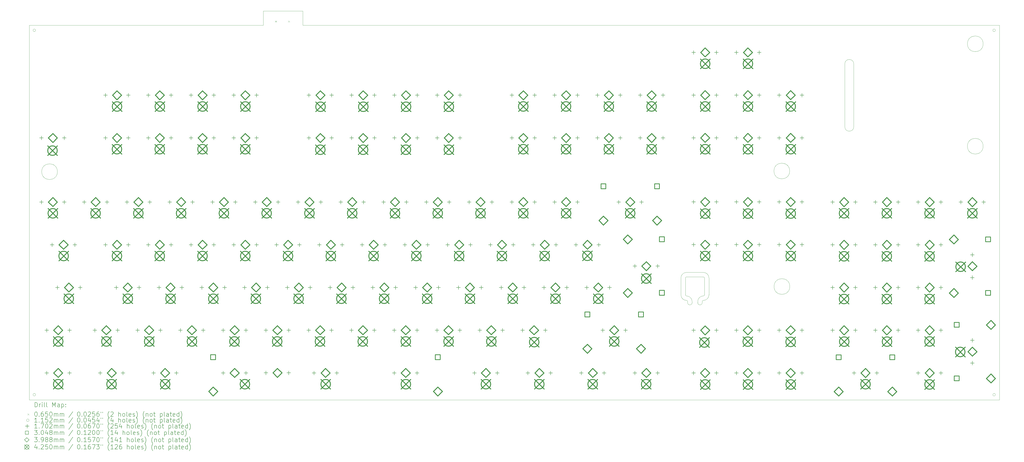
<source format=gbr>
%FSLAX45Y45*%
G04 Gerber Fmt 4.5, Leading zero omitted, Abs format (unit mm)*
G04 Created by KiCad (PCBNEW (6.0.0-rc1-458-g78ff9a857a)) date 2023-01-11 21:37:58*
%MOMM*%
%LPD*%
G01*
G04 APERTURE LIST*
%TA.AperFunction,Profile*%
%ADD10C,0.050000*%
%TD*%
%TA.AperFunction,Profile*%
%ADD11C,0.100000*%
%TD*%
%ADD12C,0.200000*%
%ADD13C,0.065000*%
%ADD14C,0.115200*%
%ADD15C,0.170180*%
%ADD16C,0.304800*%
%ADD17C,0.398780*%
%ADD18C,0.425000*%
G04 APERTURE END LIST*
D10*
X40047500Y-7947500D02*
X40047500Y-5147500D01*
X32347500Y-14692500D02*
X32347500Y-15442500D01*
X32647500Y-15742500D02*
G75*
G03*
X32597500Y-15692500I-50000J0D01*
G01*
X33297500Y-15742500D02*
X33297500Y-15792500D01*
X32647500Y-15792500D02*
G75*
G03*
X32847500Y-15792500I100000J0D01*
G01*
X32847500Y-15742500D02*
G75*
G03*
X32597500Y-15492500I-250000J0D01*
G01*
X33397500Y-14692500D02*
G75*
G03*
X33347500Y-14642500I-50000J0D01*
G01*
D11*
X15507820Y-3426500D02*
X46540500Y-3424500D01*
X46540500Y-3424500D02*
X46539000Y-20126500D01*
X46539000Y-20126500D02*
X3320900Y-20126500D01*
X3320900Y-20126500D02*
X3320900Y-3426000D01*
X3320900Y-3426000D02*
X13742520Y-3426000D01*
X13742520Y-3426000D02*
X13742520Y-2791000D01*
X13742520Y-2791000D02*
X15507820Y-2791000D01*
X15507820Y-2791000D02*
X15507820Y-3426500D01*
D10*
X32547500Y-15442500D02*
G75*
G03*
X32597500Y-15492500I50000J0D01*
G01*
X33097500Y-15742500D02*
X33097500Y-15792500D01*
X4577500Y-9952500D02*
G75*
G03*
X4577500Y-9952500I-350000J0D01*
G01*
X40047500Y-5147500D02*
G75*
G03*
X39647500Y-5147500I-200000J-1434D01*
G01*
X33347500Y-15492500D02*
G75*
G03*
X33097500Y-15742500I0J-250000D01*
G01*
X33347500Y-15692500D02*
G75*
G03*
X33297500Y-15742500I0J-50000D01*
G01*
X33597500Y-14692500D02*
X33597500Y-15442500D01*
X37197500Y-15072500D02*
G75*
G03*
X37197500Y-15072500I-350000J0D01*
G01*
X33347500Y-14442500D02*
X32597500Y-14442500D01*
X32597500Y-14442500D02*
G75*
G03*
X32347500Y-14692500I0J-250000D01*
G01*
X32547500Y-15442500D02*
X32547500Y-14692500D01*
X45809500Y-8816922D02*
G75*
G03*
X45809500Y-8816922I-350000J0D01*
G01*
X39647500Y-5147500D02*
X39647500Y-7947500D01*
X33347500Y-15692500D02*
G75*
G03*
X33597500Y-15442500I0J250000D01*
G01*
X32647500Y-15792500D02*
X32647500Y-15742500D01*
X32847500Y-15792500D02*
X32847500Y-15742500D01*
X33397500Y-14692500D02*
X33397500Y-15442500D01*
X39647500Y-7947500D02*
G75*
G03*
X40047500Y-7947500I200000J0D01*
G01*
X37192500Y-9922500D02*
G75*
G03*
X37192500Y-9922500I-350000J0D01*
G01*
X32347500Y-15442500D02*
G75*
G03*
X32597500Y-15692500I250000J0D01*
G01*
X33097500Y-15792500D02*
G75*
G03*
X33297500Y-15792500I100000J0D01*
G01*
X32597500Y-14642500D02*
G75*
G03*
X32547500Y-14692500I0J-50000D01*
G01*
X45809878Y-4251500D02*
G75*
G03*
X45809878Y-4251500I-350000J0D01*
G01*
X33347500Y-15492500D02*
G75*
G03*
X33397500Y-15442500I0J50000D01*
G01*
X32597500Y-14642500D02*
X33347500Y-14642500D01*
X33597500Y-14692500D02*
G75*
G03*
X33347500Y-14442500I-250000J0D01*
G01*
D12*
D13*
X14277000Y-3219650D02*
X14342000Y-3284650D01*
X14342000Y-3219650D02*
X14277000Y-3284650D01*
X14855000Y-3219650D02*
X14920000Y-3284650D01*
X14920000Y-3219650D02*
X14855000Y-3284650D01*
D14*
X3605100Y-3647500D02*
G75*
G03*
X3605100Y-3647500I-57600J0D01*
G01*
X3605100Y-19897500D02*
G75*
G03*
X3605100Y-19897500I-57600J0D01*
G01*
X46355100Y-3647500D02*
G75*
G03*
X46355100Y-3647500I-57600J0D01*
G01*
X46355100Y-19897500D02*
G75*
G03*
X46355100Y-19897500I-57600J0D01*
G01*
D15*
X3863825Y-8360585D02*
X3863825Y-8530765D01*
X3778735Y-8445675D02*
X3948915Y-8445675D01*
X3863825Y-11218085D02*
X3863825Y-11388265D01*
X3778735Y-11303175D02*
X3948915Y-11303175D01*
X4101950Y-16933085D02*
X4101950Y-17103265D01*
X4016860Y-17018175D02*
X4187040Y-17018175D01*
X4101950Y-18838085D02*
X4101950Y-19008265D01*
X4016860Y-18923175D02*
X4187040Y-18923175D01*
X4340075Y-13123085D02*
X4340075Y-13293265D01*
X4254985Y-13208175D02*
X4425165Y-13208175D01*
X4578200Y-15028085D02*
X4578200Y-15198265D01*
X4493110Y-15113175D02*
X4663290Y-15113175D01*
X4879825Y-8360585D02*
X4879825Y-8530765D01*
X4794735Y-8445675D02*
X4964915Y-8445675D01*
X4879825Y-11218085D02*
X4879825Y-11388265D01*
X4794735Y-11303175D02*
X4964915Y-11303175D01*
X5117950Y-16933085D02*
X5117950Y-17103265D01*
X5032860Y-17018175D02*
X5203040Y-17018175D01*
X5117950Y-18838085D02*
X5117950Y-19008265D01*
X5032860Y-18923175D02*
X5203040Y-18923175D01*
X5356075Y-13123085D02*
X5356075Y-13293265D01*
X5270985Y-13208175D02*
X5441165Y-13208175D01*
X5594200Y-15028085D02*
X5594200Y-15198265D01*
X5509110Y-15113175D02*
X5679290Y-15113175D01*
X5768825Y-11218085D02*
X5768825Y-11388265D01*
X5683735Y-11303175D02*
X5853915Y-11303175D01*
X6245075Y-16933085D02*
X6245075Y-17103265D01*
X6159985Y-17018175D02*
X6330165Y-17018175D01*
X6483200Y-18838085D02*
X6483200Y-19008265D01*
X6398110Y-18923175D02*
X6568290Y-18923175D01*
X6721325Y-6455585D02*
X6721325Y-6625765D01*
X6636235Y-6540675D02*
X6806415Y-6540675D01*
X6721325Y-8360585D02*
X6721325Y-8530765D01*
X6636235Y-8445675D02*
X6806415Y-8445675D01*
X6721325Y-13123085D02*
X6721325Y-13293265D01*
X6636235Y-13208175D02*
X6806415Y-13208175D01*
X6784825Y-11218085D02*
X6784825Y-11388265D01*
X6699735Y-11303175D02*
X6869915Y-11303175D01*
X7197575Y-15028085D02*
X7197575Y-15198265D01*
X7112485Y-15113175D02*
X7282665Y-15113175D01*
X7261075Y-16933085D02*
X7261075Y-17103265D01*
X7175985Y-17018175D02*
X7346165Y-17018175D01*
X7499200Y-18838085D02*
X7499200Y-19008265D01*
X7414110Y-18923175D02*
X7584290Y-18923175D01*
X7673825Y-11218085D02*
X7673825Y-11388265D01*
X7588735Y-11303175D02*
X7758915Y-11303175D01*
X7737325Y-6455585D02*
X7737325Y-6625765D01*
X7652235Y-6540675D02*
X7822415Y-6540675D01*
X7737325Y-8360585D02*
X7737325Y-8530765D01*
X7652235Y-8445675D02*
X7822415Y-8445675D01*
X7737325Y-13123085D02*
X7737325Y-13293265D01*
X7652235Y-13208175D02*
X7822415Y-13208175D01*
X8150075Y-16933085D02*
X8150075Y-17103265D01*
X8064985Y-17018175D02*
X8235165Y-17018175D01*
X8213575Y-15028085D02*
X8213575Y-15198265D01*
X8128485Y-15113175D02*
X8298665Y-15113175D01*
X8626325Y-6455585D02*
X8626325Y-6625765D01*
X8541235Y-6540675D02*
X8711415Y-6540675D01*
X8626325Y-8360585D02*
X8626325Y-8530765D01*
X8541235Y-8445675D02*
X8711415Y-8445675D01*
X8626325Y-13123085D02*
X8626325Y-13293265D01*
X8541235Y-13208175D02*
X8711415Y-13208175D01*
X8689825Y-11218085D02*
X8689825Y-11388265D01*
X8604735Y-11303175D02*
X8774915Y-11303175D01*
X8864450Y-18838085D02*
X8864450Y-19008265D01*
X8779360Y-18923175D02*
X8949540Y-18923175D01*
X9102575Y-15028085D02*
X9102575Y-15198265D01*
X9017485Y-15113175D02*
X9187665Y-15113175D01*
X9166075Y-16933085D02*
X9166075Y-17103265D01*
X9080985Y-17018175D02*
X9251165Y-17018175D01*
X9578825Y-11218085D02*
X9578825Y-11388265D01*
X9493735Y-11303175D02*
X9663915Y-11303175D01*
X9642325Y-6455585D02*
X9642325Y-6625765D01*
X9557235Y-6540675D02*
X9727415Y-6540675D01*
X9642325Y-8360585D02*
X9642325Y-8530765D01*
X9557235Y-8445675D02*
X9727415Y-8445675D01*
X9642325Y-13123085D02*
X9642325Y-13293265D01*
X9557235Y-13208175D02*
X9727415Y-13208175D01*
X9880450Y-18838085D02*
X9880450Y-19008265D01*
X9795360Y-18923175D02*
X9965540Y-18923175D01*
X10055075Y-16933085D02*
X10055075Y-17103265D01*
X9969985Y-17018175D02*
X10140165Y-17018175D01*
X10118575Y-15028085D02*
X10118575Y-15198265D01*
X10033485Y-15113175D02*
X10203665Y-15113175D01*
X10531325Y-6455585D02*
X10531325Y-6625765D01*
X10446235Y-6540675D02*
X10616415Y-6540675D01*
X10531325Y-8360585D02*
X10531325Y-8530765D01*
X10446235Y-8445675D02*
X10616415Y-8445675D01*
X10531325Y-13123085D02*
X10531325Y-13293265D01*
X10446235Y-13208175D02*
X10616415Y-13208175D01*
X10594825Y-11218085D02*
X10594825Y-11388265D01*
X10509735Y-11303175D02*
X10679915Y-11303175D01*
X11007575Y-15028085D02*
X11007575Y-15198265D01*
X10922485Y-15113175D02*
X11092665Y-15113175D01*
X11071075Y-16933085D02*
X11071075Y-17103265D01*
X10985985Y-17018175D02*
X11156165Y-17018175D01*
X11483825Y-11218085D02*
X11483825Y-11388265D01*
X11398735Y-11303175D02*
X11568915Y-11303175D01*
X11547325Y-6455585D02*
X11547325Y-6625765D01*
X11462235Y-6540675D02*
X11632415Y-6540675D01*
X11547325Y-8360585D02*
X11547325Y-8530765D01*
X11462235Y-8445675D02*
X11632415Y-8445675D01*
X11547325Y-13123085D02*
X11547325Y-13293265D01*
X11462235Y-13208175D02*
X11632415Y-13208175D01*
X11959500Y-18837410D02*
X11959500Y-19007590D01*
X11874410Y-18922500D02*
X12044590Y-18922500D01*
X11960075Y-16933085D02*
X11960075Y-17103265D01*
X11874985Y-17018175D02*
X12045165Y-17018175D01*
X12023575Y-15028085D02*
X12023575Y-15198265D01*
X11938485Y-15113175D02*
X12108665Y-15113175D01*
X12436325Y-6455585D02*
X12436325Y-6625765D01*
X12351235Y-6540675D02*
X12521415Y-6540675D01*
X12436325Y-13123085D02*
X12436325Y-13293265D01*
X12351235Y-13208175D02*
X12521415Y-13208175D01*
X12436500Y-8360410D02*
X12436500Y-8530590D01*
X12351410Y-8445500D02*
X12521590Y-8445500D01*
X12499825Y-11218085D02*
X12499825Y-11388265D01*
X12414735Y-11303175D02*
X12584915Y-11303175D01*
X12912575Y-15028085D02*
X12912575Y-15198265D01*
X12827485Y-15113175D02*
X12997665Y-15113175D01*
X12975500Y-18837410D02*
X12975500Y-19007590D01*
X12890410Y-18922500D02*
X13060590Y-18922500D01*
X12976075Y-16933085D02*
X12976075Y-17103265D01*
X12890985Y-17018175D02*
X13061165Y-17018175D01*
X13388825Y-11218085D02*
X13388825Y-11388265D01*
X13303735Y-11303175D02*
X13473915Y-11303175D01*
X13452325Y-6455585D02*
X13452325Y-6625765D01*
X13367235Y-6540675D02*
X13537415Y-6540675D01*
X13452325Y-13123085D02*
X13452325Y-13293265D01*
X13367235Y-13208175D02*
X13537415Y-13208175D01*
X13452500Y-8360410D02*
X13452500Y-8530590D01*
X13367410Y-8445500D02*
X13537590Y-8445500D01*
X13865075Y-16933085D02*
X13865075Y-17103265D01*
X13779985Y-17018175D02*
X13950165Y-17018175D01*
X13865500Y-18836410D02*
X13865500Y-19006590D01*
X13780410Y-18921500D02*
X13950590Y-18921500D01*
X13928575Y-15028085D02*
X13928575Y-15198265D01*
X13843485Y-15113175D02*
X14013665Y-15113175D01*
X14341325Y-13123085D02*
X14341325Y-13293265D01*
X14256235Y-13208175D02*
X14426415Y-13208175D01*
X14404825Y-11218085D02*
X14404825Y-11388265D01*
X14319735Y-11303175D02*
X14489915Y-11303175D01*
X14817575Y-15028085D02*
X14817575Y-15198265D01*
X14732485Y-15113175D02*
X14902665Y-15113175D01*
X14881075Y-16933085D02*
X14881075Y-17103265D01*
X14795985Y-17018175D02*
X14966165Y-17018175D01*
X14881500Y-18836410D02*
X14881500Y-19006590D01*
X14796410Y-18921500D02*
X14966590Y-18921500D01*
X15293825Y-11218085D02*
X15293825Y-11388265D01*
X15208735Y-11303175D02*
X15378915Y-11303175D01*
X15357325Y-13123085D02*
X15357325Y-13293265D01*
X15272235Y-13208175D02*
X15442415Y-13208175D01*
X15770075Y-16933085D02*
X15770075Y-17103265D01*
X15684985Y-17018175D02*
X15855165Y-17018175D01*
X15779600Y-8360585D02*
X15779600Y-8530765D01*
X15694510Y-8445675D02*
X15864690Y-8445675D01*
X15779609Y-6455585D02*
X15779609Y-6625765D01*
X15694519Y-6540675D02*
X15864699Y-6540675D01*
X15833575Y-15028085D02*
X15833575Y-15198265D01*
X15748485Y-15113175D02*
X15918665Y-15113175D01*
X16008200Y-18838085D02*
X16008200Y-19008265D01*
X15923110Y-18923175D02*
X16093290Y-18923175D01*
X16246325Y-13123085D02*
X16246325Y-13293265D01*
X16161235Y-13208175D02*
X16331415Y-13208175D01*
X16309825Y-11218085D02*
X16309825Y-11388265D01*
X16224735Y-11303175D02*
X16394915Y-11303175D01*
X16722575Y-15028085D02*
X16722575Y-15198265D01*
X16637485Y-15113175D02*
X16807665Y-15113175D01*
X16786075Y-16933085D02*
X16786075Y-17103265D01*
X16700985Y-17018175D02*
X16871165Y-17018175D01*
X16795600Y-8360585D02*
X16795600Y-8530765D01*
X16710510Y-8445675D02*
X16880690Y-8445675D01*
X16795609Y-6455585D02*
X16795609Y-6625765D01*
X16710519Y-6540675D02*
X16880699Y-6540675D01*
X17024200Y-18838085D02*
X17024200Y-19008265D01*
X16939110Y-18923175D02*
X17109290Y-18923175D01*
X17198825Y-11218085D02*
X17198825Y-11388265D01*
X17113735Y-11303175D02*
X17283915Y-11303175D01*
X17262325Y-13123085D02*
X17262325Y-13293265D01*
X17177235Y-13208175D02*
X17347415Y-13208175D01*
X17675075Y-16933085D02*
X17675075Y-17103265D01*
X17589985Y-17018175D02*
X17760165Y-17018175D01*
X17684600Y-8360585D02*
X17684600Y-8530765D01*
X17599510Y-8445675D02*
X17769690Y-8445675D01*
X17684611Y-6455585D02*
X17684611Y-6625765D01*
X17599521Y-6540675D02*
X17769701Y-6540675D01*
X17738575Y-15028085D02*
X17738575Y-15198265D01*
X17653485Y-15113175D02*
X17823665Y-15113175D01*
X18151325Y-13123085D02*
X18151325Y-13293265D01*
X18066235Y-13208175D02*
X18236415Y-13208175D01*
X18214825Y-11218085D02*
X18214825Y-11388265D01*
X18129735Y-11303175D02*
X18299915Y-11303175D01*
X18627000Y-15029910D02*
X18627000Y-15200090D01*
X18541910Y-15115000D02*
X18712090Y-15115000D01*
X18691075Y-16933085D02*
X18691075Y-17103265D01*
X18605985Y-17018175D02*
X18776165Y-17018175D01*
X18700600Y-8360585D02*
X18700600Y-8530765D01*
X18615510Y-8445675D02*
X18785690Y-8445675D01*
X18700611Y-6455585D02*
X18700611Y-6625765D01*
X18615521Y-6540675D02*
X18785701Y-6540675D01*
X19103825Y-11218085D02*
X19103825Y-11388265D01*
X19018735Y-11303175D02*
X19188915Y-11303175D01*
X19167325Y-13123085D02*
X19167325Y-13293265D01*
X19082235Y-13208175D02*
X19252415Y-13208175D01*
X19579500Y-18837410D02*
X19579500Y-19007590D01*
X19494410Y-18922500D02*
X19664590Y-18922500D01*
X19580075Y-16933085D02*
X19580075Y-17103265D01*
X19494985Y-17018175D02*
X19665165Y-17018175D01*
X19589600Y-6455585D02*
X19589600Y-6625765D01*
X19504510Y-6540675D02*
X19674690Y-6540675D01*
X19589600Y-8360585D02*
X19589600Y-8530765D01*
X19504510Y-8445675D02*
X19674690Y-8445675D01*
X19643000Y-15029910D02*
X19643000Y-15200090D01*
X19557910Y-15115000D02*
X19728090Y-15115000D01*
X20056325Y-13123085D02*
X20056325Y-13293265D01*
X19971235Y-13208175D02*
X20141415Y-13208175D01*
X20119825Y-11218085D02*
X20119825Y-11388265D01*
X20034735Y-11303175D02*
X20204915Y-11303175D01*
X20532575Y-15028085D02*
X20532575Y-15198265D01*
X20447485Y-15113175D02*
X20617665Y-15113175D01*
X20595500Y-18837410D02*
X20595500Y-19007590D01*
X20510410Y-18922500D02*
X20680590Y-18922500D01*
X20596075Y-16933085D02*
X20596075Y-17103265D01*
X20510985Y-17018175D02*
X20681165Y-17018175D01*
X20605600Y-6455585D02*
X20605600Y-6625765D01*
X20520510Y-6540675D02*
X20690690Y-6540675D01*
X20605600Y-8360585D02*
X20605600Y-8530765D01*
X20520510Y-8445675D02*
X20690690Y-8445675D01*
X21008825Y-11218085D02*
X21008825Y-11388265D01*
X20923735Y-11303175D02*
X21093915Y-11303175D01*
X21072325Y-13123085D02*
X21072325Y-13293265D01*
X20987235Y-13208175D02*
X21157415Y-13208175D01*
X21485075Y-16933085D02*
X21485075Y-17103265D01*
X21399985Y-17018175D02*
X21570165Y-17018175D01*
X21494600Y-6455585D02*
X21494600Y-6625765D01*
X21409510Y-6540675D02*
X21579690Y-6540675D01*
X21494600Y-8360585D02*
X21494600Y-8530765D01*
X21409510Y-8445675D02*
X21579690Y-8445675D01*
X21548575Y-15028085D02*
X21548575Y-15198265D01*
X21463485Y-15113175D02*
X21633665Y-15113175D01*
X21961325Y-13123085D02*
X21961325Y-13293265D01*
X21876235Y-13208175D02*
X22046415Y-13208175D01*
X22024825Y-11218085D02*
X22024825Y-11388265D01*
X21939735Y-11303175D02*
X22109915Y-11303175D01*
X22437575Y-15028085D02*
X22437575Y-15198265D01*
X22352485Y-15113175D02*
X22522665Y-15113175D01*
X22501075Y-16933085D02*
X22501075Y-17103265D01*
X22415985Y-17018175D02*
X22586165Y-17018175D01*
X22510600Y-6455585D02*
X22510600Y-6625765D01*
X22425510Y-6540675D02*
X22595690Y-6540675D01*
X22510600Y-8360585D02*
X22510600Y-8530765D01*
X22425510Y-8445675D02*
X22595690Y-8445675D01*
X22913825Y-11218085D02*
X22913825Y-11388265D01*
X22828735Y-11303175D02*
X22998915Y-11303175D01*
X22977325Y-13123085D02*
X22977325Y-13293265D01*
X22892235Y-13208175D02*
X23062415Y-13208175D01*
X23151950Y-18838085D02*
X23151950Y-19008265D01*
X23066860Y-18923175D02*
X23237040Y-18923175D01*
X23390075Y-16933085D02*
X23390075Y-17103265D01*
X23304985Y-17018175D02*
X23475165Y-17018175D01*
X23453575Y-15028085D02*
X23453575Y-15198265D01*
X23368485Y-15113175D02*
X23538665Y-15113175D01*
X23866325Y-13123085D02*
X23866325Y-13293265D01*
X23781235Y-13208175D02*
X23951415Y-13208175D01*
X23929825Y-11218085D02*
X23929825Y-11388265D01*
X23844735Y-11303175D02*
X24014915Y-11303175D01*
X24167950Y-18838085D02*
X24167950Y-19008265D01*
X24082860Y-18923175D02*
X24253040Y-18923175D01*
X24342575Y-15028085D02*
X24342575Y-15198265D01*
X24257485Y-15113175D02*
X24427665Y-15113175D01*
X24406075Y-16933085D02*
X24406075Y-17103265D01*
X24320985Y-17018175D02*
X24491165Y-17018175D01*
X24818825Y-8360585D02*
X24818825Y-8530765D01*
X24733735Y-8445675D02*
X24903915Y-8445675D01*
X24818825Y-11218085D02*
X24818825Y-11388265D01*
X24733735Y-11303175D02*
X24903915Y-11303175D01*
X24818841Y-6455585D02*
X24818841Y-6625765D01*
X24733751Y-6540675D02*
X24903931Y-6540675D01*
X24882325Y-13123085D02*
X24882325Y-13293265D01*
X24797235Y-13208175D02*
X24967415Y-13208175D01*
X25295075Y-16933085D02*
X25295075Y-17103265D01*
X25209985Y-17018175D02*
X25380165Y-17018175D01*
X25358575Y-15028085D02*
X25358575Y-15198265D01*
X25273485Y-15113175D02*
X25443665Y-15113175D01*
X25533200Y-18838085D02*
X25533200Y-19008265D01*
X25448110Y-18923175D02*
X25618290Y-18923175D01*
X25771325Y-13123085D02*
X25771325Y-13293265D01*
X25686235Y-13208175D02*
X25856415Y-13208175D01*
X25834825Y-8360585D02*
X25834825Y-8530765D01*
X25749735Y-8445675D02*
X25919915Y-8445675D01*
X25834825Y-11218085D02*
X25834825Y-11388265D01*
X25749735Y-11303175D02*
X25919915Y-11303175D01*
X25834841Y-6455585D02*
X25834841Y-6625765D01*
X25749751Y-6540675D02*
X25919931Y-6540675D01*
X26247575Y-15028085D02*
X26247575Y-15198265D01*
X26162485Y-15113175D02*
X26332665Y-15113175D01*
X26311075Y-16933085D02*
X26311075Y-17103265D01*
X26225985Y-17018175D02*
X26396165Y-17018175D01*
X26549200Y-18838085D02*
X26549200Y-19008265D01*
X26464110Y-18923175D02*
X26634290Y-18923175D01*
X26723825Y-6455585D02*
X26723825Y-6625765D01*
X26638735Y-6540675D02*
X26808915Y-6540675D01*
X26723825Y-8360585D02*
X26723825Y-8530765D01*
X26638735Y-8445675D02*
X26808915Y-8445675D01*
X26723825Y-11218085D02*
X26723825Y-11388265D01*
X26638735Y-11303175D02*
X26808915Y-11303175D01*
X26787325Y-13123085D02*
X26787325Y-13293265D01*
X26702235Y-13208175D02*
X26872415Y-13208175D01*
X27263575Y-15028085D02*
X27263575Y-15198265D01*
X27178485Y-15113175D02*
X27348665Y-15113175D01*
X27676325Y-13123085D02*
X27676325Y-13293265D01*
X27591235Y-13208175D02*
X27761415Y-13208175D01*
X27739825Y-6455585D02*
X27739825Y-6625765D01*
X27654735Y-6540675D02*
X27824915Y-6540675D01*
X27739825Y-8360585D02*
X27739825Y-8530765D01*
X27654735Y-8445675D02*
X27824915Y-8445675D01*
X27739825Y-11218085D02*
X27739825Y-11388265D01*
X27654735Y-11303175D02*
X27824915Y-11303175D01*
X27914450Y-18838085D02*
X27914450Y-19008265D01*
X27829360Y-18923175D02*
X27999540Y-18923175D01*
X28152575Y-15028085D02*
X28152575Y-15198265D01*
X28067485Y-15113175D02*
X28237665Y-15113175D01*
X28628825Y-6455585D02*
X28628825Y-6625765D01*
X28543735Y-6540675D02*
X28713915Y-6540675D01*
X28628825Y-8360585D02*
X28628825Y-8530765D01*
X28543735Y-8445675D02*
X28713915Y-8445675D01*
X28692325Y-13123085D02*
X28692325Y-13293265D01*
X28607235Y-13208175D02*
X28777415Y-13208175D01*
X28866950Y-16933085D02*
X28866950Y-17103265D01*
X28781860Y-17018175D02*
X28952040Y-17018175D01*
X28930450Y-18838085D02*
X28930450Y-19008265D01*
X28845360Y-18923175D02*
X29015540Y-18923175D01*
X29168575Y-15028085D02*
X29168575Y-15198265D01*
X29083485Y-15113175D02*
X29253665Y-15113175D01*
X29581325Y-11218085D02*
X29581325Y-11388265D01*
X29496235Y-11303175D02*
X29666415Y-11303175D01*
X29644825Y-6455585D02*
X29644825Y-6625765D01*
X29559735Y-6540675D02*
X29729915Y-6540675D01*
X29644825Y-8360585D02*
X29644825Y-8530765D01*
X29559735Y-8445675D02*
X29729915Y-8445675D01*
X29882950Y-16933085D02*
X29882950Y-17103265D01*
X29797860Y-17018175D02*
X29968040Y-17018175D01*
X30295700Y-14075585D02*
X30295700Y-14245765D01*
X30210610Y-14160675D02*
X30380790Y-14160675D01*
X30295700Y-18838085D02*
X30295700Y-19008265D01*
X30210610Y-18923175D02*
X30380790Y-18923175D01*
X30533825Y-6455585D02*
X30533825Y-6625765D01*
X30448735Y-6540675D02*
X30618915Y-6540675D01*
X30533825Y-8360585D02*
X30533825Y-8530765D01*
X30448735Y-8445675D02*
X30618915Y-8445675D01*
X30597325Y-11218085D02*
X30597325Y-11388265D01*
X30512235Y-11303175D02*
X30682415Y-11303175D01*
X31311700Y-14075585D02*
X31311700Y-14245765D01*
X31226610Y-14160675D02*
X31396790Y-14160675D01*
X31311700Y-18838085D02*
X31311700Y-19008265D01*
X31226610Y-18923175D02*
X31396790Y-18923175D01*
X31549825Y-6455585D02*
X31549825Y-6625765D01*
X31464735Y-6540675D02*
X31634915Y-6540675D01*
X31549825Y-8360585D02*
X31549825Y-8530765D01*
X31464735Y-8445675D02*
X31634915Y-8445675D01*
X32915075Y-18841260D02*
X32915075Y-19011440D01*
X32829985Y-18926350D02*
X33000165Y-18926350D01*
X32915500Y-16936410D02*
X32915500Y-17106590D01*
X32830410Y-17021500D02*
X33000590Y-17021500D01*
X32918250Y-4547410D02*
X32918250Y-4717590D01*
X32833160Y-4632500D02*
X33003340Y-4632500D01*
X32918250Y-6452410D02*
X32918250Y-6622590D01*
X32833160Y-6537500D02*
X33003340Y-6537500D01*
X32918250Y-8357410D02*
X32918250Y-8527590D01*
X32833160Y-8442500D02*
X33003340Y-8442500D01*
X32918250Y-11214910D02*
X32918250Y-11385090D01*
X32833160Y-11300000D02*
X33003340Y-11300000D01*
X32918250Y-13119910D02*
X32918250Y-13290090D01*
X32833160Y-13205000D02*
X33003340Y-13205000D01*
X33931075Y-18841260D02*
X33931075Y-19011440D01*
X33845985Y-18926350D02*
X34016165Y-18926350D01*
X33931500Y-16936410D02*
X33931500Y-17106590D01*
X33846410Y-17021500D02*
X34016590Y-17021500D01*
X33934250Y-4547410D02*
X33934250Y-4717590D01*
X33849160Y-4632500D02*
X34019340Y-4632500D01*
X33934250Y-6452410D02*
X33934250Y-6622590D01*
X33849160Y-6537500D02*
X34019340Y-6537500D01*
X33934250Y-8357410D02*
X33934250Y-8527590D01*
X33849160Y-8442500D02*
X34019340Y-8442500D01*
X33934250Y-11214910D02*
X33934250Y-11385090D01*
X33849160Y-11300000D02*
X34019340Y-11300000D01*
X33934250Y-13119910D02*
X33934250Y-13290090D01*
X33849160Y-13205000D02*
X34019340Y-13205000D01*
X34820075Y-16936260D02*
X34820075Y-17106440D01*
X34734985Y-17021350D02*
X34905165Y-17021350D01*
X34820075Y-18841260D02*
X34820075Y-19011440D01*
X34734985Y-18926350D02*
X34905165Y-18926350D01*
X34823250Y-4547410D02*
X34823250Y-4717590D01*
X34738160Y-4632500D02*
X34908340Y-4632500D01*
X34823250Y-6452410D02*
X34823250Y-6622590D01*
X34738160Y-6537500D02*
X34908340Y-6537500D01*
X34823250Y-8357410D02*
X34823250Y-8527590D01*
X34738160Y-8442500D02*
X34908340Y-8442500D01*
X34823250Y-11214910D02*
X34823250Y-11385090D01*
X34738160Y-11300000D02*
X34908340Y-11300000D01*
X34823250Y-13119910D02*
X34823250Y-13290090D01*
X34738160Y-13205000D02*
X34908340Y-13205000D01*
X35836075Y-16936260D02*
X35836075Y-17106440D01*
X35750985Y-17021350D02*
X35921165Y-17021350D01*
X35836075Y-18841260D02*
X35836075Y-19011440D01*
X35750985Y-18926350D02*
X35921165Y-18926350D01*
X35839250Y-4547410D02*
X35839250Y-4717590D01*
X35754160Y-4632500D02*
X35924340Y-4632500D01*
X35839250Y-6452410D02*
X35839250Y-6622590D01*
X35754160Y-6537500D02*
X35924340Y-6537500D01*
X35839250Y-8357410D02*
X35839250Y-8527590D01*
X35754160Y-8442500D02*
X35924340Y-8442500D01*
X35839250Y-11214910D02*
X35839250Y-11385090D01*
X35754160Y-11300000D02*
X35924340Y-11300000D01*
X35839250Y-13119910D02*
X35839250Y-13290090D01*
X35754160Y-13205000D02*
X35924340Y-13205000D01*
X36724500Y-16934910D02*
X36724500Y-17105090D01*
X36639410Y-17020000D02*
X36809590Y-17020000D01*
X36725075Y-18841260D02*
X36725075Y-19011440D01*
X36639985Y-18926350D02*
X36810165Y-18926350D01*
X36728250Y-6452410D02*
X36728250Y-6622590D01*
X36643160Y-6537500D02*
X36813340Y-6537500D01*
X36728250Y-8357410D02*
X36728250Y-8527590D01*
X36643160Y-8442500D02*
X36813340Y-8442500D01*
X36728250Y-11214910D02*
X36728250Y-11385090D01*
X36643160Y-11300000D02*
X36813340Y-11300000D01*
X36728250Y-13119910D02*
X36728250Y-13290090D01*
X36643160Y-13205000D02*
X36813340Y-13205000D01*
X37740500Y-16934910D02*
X37740500Y-17105090D01*
X37655410Y-17020000D02*
X37825590Y-17020000D01*
X37741075Y-18841260D02*
X37741075Y-19011440D01*
X37655985Y-18926350D02*
X37826165Y-18926350D01*
X37744250Y-6452410D02*
X37744250Y-6622590D01*
X37659160Y-6537500D02*
X37829340Y-6537500D01*
X37744250Y-8357410D02*
X37744250Y-8527590D01*
X37659160Y-8442500D02*
X37829340Y-8442500D01*
X37744250Y-11214910D02*
X37744250Y-11385090D01*
X37659160Y-11300000D02*
X37829340Y-11300000D01*
X37744250Y-13119910D02*
X37744250Y-13290090D01*
X37659160Y-13205000D02*
X37829340Y-13205000D01*
X39106325Y-11221260D02*
X39106325Y-11391440D01*
X39021235Y-11306350D02*
X39191415Y-11306350D01*
X39106325Y-13126260D02*
X39106325Y-13296440D01*
X39021235Y-13211350D02*
X39191415Y-13211350D01*
X39106325Y-15031260D02*
X39106325Y-15201440D01*
X39021235Y-15116350D02*
X39191415Y-15116350D01*
X39106325Y-16936260D02*
X39106325Y-17106440D01*
X39021235Y-17021350D02*
X39191415Y-17021350D01*
X40058825Y-18841260D02*
X40058825Y-19011440D01*
X39973735Y-18926350D02*
X40143915Y-18926350D01*
X40122325Y-11221260D02*
X40122325Y-11391440D01*
X40037235Y-11306350D02*
X40207415Y-11306350D01*
X40122325Y-13126260D02*
X40122325Y-13296440D01*
X40037235Y-13211350D02*
X40207415Y-13211350D01*
X40122325Y-15031260D02*
X40122325Y-15201440D01*
X40037235Y-15116350D02*
X40207415Y-15116350D01*
X40122325Y-16936260D02*
X40122325Y-17106440D01*
X40037235Y-17021350D02*
X40207415Y-17021350D01*
X41011325Y-11221260D02*
X41011325Y-11391440D01*
X40926235Y-11306350D02*
X41096415Y-11306350D01*
X41011325Y-13126260D02*
X41011325Y-13296440D01*
X40926235Y-13211350D02*
X41096415Y-13211350D01*
X41011325Y-15031260D02*
X41011325Y-15201440D01*
X40926235Y-15116350D02*
X41096415Y-15116350D01*
X41011325Y-16936260D02*
X41011325Y-17106440D01*
X40926235Y-17021350D02*
X41096415Y-17021350D01*
X41074825Y-18841260D02*
X41074825Y-19011440D01*
X40989735Y-18926350D02*
X41159915Y-18926350D01*
X42027325Y-11221260D02*
X42027325Y-11391440D01*
X41942235Y-11306350D02*
X42112415Y-11306350D01*
X42027325Y-13126260D02*
X42027325Y-13296440D01*
X41942235Y-13211350D02*
X42112415Y-13211350D01*
X42027325Y-15031260D02*
X42027325Y-15201440D01*
X41942235Y-15116350D02*
X42112415Y-15116350D01*
X42027325Y-16936260D02*
X42027325Y-17106440D01*
X41942235Y-17021350D02*
X42112415Y-17021350D01*
X42916325Y-11221260D02*
X42916325Y-11391440D01*
X42831235Y-11306350D02*
X43001415Y-11306350D01*
X42916325Y-13126260D02*
X42916325Y-13296440D01*
X42831235Y-13211350D02*
X43001415Y-13211350D01*
X42916325Y-15031260D02*
X42916325Y-15201440D01*
X42831235Y-15116350D02*
X43001415Y-15116350D01*
X42916325Y-16936260D02*
X42916325Y-17106440D01*
X42831235Y-17021350D02*
X43001415Y-17021350D01*
X42916325Y-18841260D02*
X42916325Y-19011440D01*
X42831235Y-18926350D02*
X43001415Y-18926350D01*
X43932325Y-11221260D02*
X43932325Y-11391440D01*
X43847235Y-11306350D02*
X44017415Y-11306350D01*
X43932325Y-13126260D02*
X43932325Y-13296440D01*
X43847235Y-13211350D02*
X44017415Y-13211350D01*
X43932325Y-15031260D02*
X43932325Y-15201440D01*
X43847235Y-15116350D02*
X44017415Y-15116350D01*
X43932325Y-16936260D02*
X43932325Y-17106440D01*
X43847235Y-17021350D02*
X44017415Y-17021350D01*
X43932325Y-18841260D02*
X43932325Y-19011440D01*
X43847235Y-18926350D02*
X44017415Y-18926350D01*
X44821325Y-11221260D02*
X44821325Y-11391440D01*
X44736235Y-11306350D02*
X44906415Y-11306350D01*
X45329325Y-13570760D02*
X45329325Y-13740940D01*
X45244235Y-13655850D02*
X45414415Y-13655850D01*
X45329325Y-14586760D02*
X45329325Y-14756940D01*
X45244235Y-14671850D02*
X45414415Y-14671850D01*
X45329325Y-17380760D02*
X45329325Y-17550940D01*
X45244235Y-17465850D02*
X45414415Y-17465850D01*
X45329325Y-18396760D02*
X45329325Y-18566940D01*
X45244235Y-18481850D02*
X45414415Y-18481850D01*
X45837325Y-11221260D02*
X45837325Y-11391440D01*
X45752235Y-11306350D02*
X45922415Y-11306350D01*
D16*
X11620164Y-18332439D02*
X11620164Y-18116911D01*
X11404636Y-18116911D01*
X11404636Y-18332439D01*
X11620164Y-18332439D01*
X21627764Y-18332439D02*
X21627764Y-18116911D01*
X21412236Y-18116911D01*
X21412236Y-18332439D01*
X21627764Y-18332439D01*
X28288914Y-16427439D02*
X28288914Y-16211911D01*
X28073386Y-16211911D01*
X28073386Y-16427439D01*
X28288914Y-16427439D01*
X29003289Y-10712439D02*
X29003289Y-10496911D01*
X28787761Y-10496911D01*
X28787761Y-10712439D01*
X29003289Y-10712439D01*
X30676514Y-16427439D02*
X30676514Y-16211911D01*
X30460986Y-16211911D01*
X30460986Y-16427439D01*
X30676514Y-16427439D01*
X31390889Y-10712439D02*
X31390889Y-10496911D01*
X31175361Y-10496911D01*
X31175361Y-10712439D01*
X31390889Y-10712439D01*
X31609964Y-13074639D02*
X31609964Y-12859111D01*
X31394436Y-12859111D01*
X31394436Y-13074639D01*
X31609964Y-13074639D01*
X31609964Y-15462239D02*
X31609964Y-15246711D01*
X31394436Y-15246711D01*
X31394436Y-15462239D01*
X31609964Y-15462239D01*
X39480789Y-18335614D02*
X39480789Y-18120086D01*
X39265261Y-18120086D01*
X39265261Y-18335614D01*
X39480789Y-18335614D01*
X41868389Y-18335614D02*
X41868389Y-18120086D01*
X41652861Y-18120086D01*
X41652861Y-18335614D01*
X41868389Y-18335614D01*
X44738589Y-16887814D02*
X44738589Y-16672286D01*
X44523061Y-16672286D01*
X44523061Y-16887814D01*
X44738589Y-16887814D01*
X44738589Y-19275414D02*
X44738589Y-19059886D01*
X44523061Y-19059886D01*
X44523061Y-19275414D01*
X44738589Y-19275414D01*
X46135589Y-13077814D02*
X46135589Y-12862286D01*
X45920061Y-12862286D01*
X45920061Y-13077814D01*
X46135589Y-13077814D01*
X46135589Y-15465414D02*
X46135589Y-15249886D01*
X45920061Y-15249886D01*
X45920061Y-15465414D01*
X46135589Y-15465414D01*
D17*
X4371825Y-8645065D02*
X4571215Y-8445675D01*
X4371825Y-8246285D01*
X4172435Y-8445675D01*
X4371825Y-8645065D01*
X4371825Y-11502565D02*
X4571215Y-11303175D01*
X4371825Y-11103785D01*
X4172435Y-11303175D01*
X4371825Y-11502565D01*
X4609950Y-17217565D02*
X4809340Y-17018175D01*
X4609950Y-16818785D01*
X4410560Y-17018175D01*
X4609950Y-17217565D01*
X4609950Y-19122565D02*
X4809340Y-18923175D01*
X4609950Y-18723785D01*
X4410560Y-18923175D01*
X4609950Y-19122565D01*
X4848075Y-13407565D02*
X5047465Y-13208175D01*
X4848075Y-13008785D01*
X4648685Y-13208175D01*
X4848075Y-13407565D01*
X5086200Y-15312565D02*
X5285590Y-15113175D01*
X5086200Y-14913785D01*
X4886810Y-15113175D01*
X5086200Y-15312565D01*
X6276825Y-11502565D02*
X6476215Y-11303175D01*
X6276825Y-11103785D01*
X6077435Y-11303175D01*
X6276825Y-11502565D01*
X6753075Y-17217565D02*
X6952465Y-17018175D01*
X6753075Y-16818785D01*
X6553685Y-17018175D01*
X6753075Y-17217565D01*
X6991200Y-19122565D02*
X7190590Y-18923175D01*
X6991200Y-18723785D01*
X6791810Y-18923175D01*
X6991200Y-19122565D01*
X7229325Y-6740065D02*
X7428715Y-6540675D01*
X7229325Y-6341285D01*
X7029935Y-6540675D01*
X7229325Y-6740065D01*
X7229325Y-8645065D02*
X7428715Y-8445675D01*
X7229325Y-8246285D01*
X7029935Y-8445675D01*
X7229325Y-8645065D01*
X7229325Y-13407565D02*
X7428715Y-13208175D01*
X7229325Y-13008785D01*
X7029935Y-13208175D01*
X7229325Y-13407565D01*
X7705575Y-15312565D02*
X7904965Y-15113175D01*
X7705575Y-14913785D01*
X7506185Y-15113175D01*
X7705575Y-15312565D01*
X8181825Y-11502565D02*
X8381215Y-11303175D01*
X8181825Y-11103785D01*
X7982435Y-11303175D01*
X8181825Y-11502565D01*
X8658075Y-17217565D02*
X8857465Y-17018175D01*
X8658075Y-16818785D01*
X8458685Y-17018175D01*
X8658075Y-17217565D01*
X9134325Y-6740065D02*
X9333715Y-6540675D01*
X9134325Y-6341285D01*
X8934935Y-6540675D01*
X9134325Y-6740065D01*
X9134325Y-8645065D02*
X9333715Y-8445675D01*
X9134325Y-8246285D01*
X8934935Y-8445675D01*
X9134325Y-8645065D01*
X9134325Y-13407565D02*
X9333715Y-13208175D01*
X9134325Y-13008785D01*
X8934935Y-13208175D01*
X9134325Y-13407565D01*
X9372450Y-19122565D02*
X9571840Y-18923175D01*
X9372450Y-18723785D01*
X9173060Y-18923175D01*
X9372450Y-19122565D01*
X9610575Y-15312565D02*
X9809965Y-15113175D01*
X9610575Y-14913785D01*
X9411185Y-15113175D01*
X9610575Y-15312565D01*
X10086825Y-11502565D02*
X10286215Y-11303175D01*
X10086825Y-11103785D01*
X9887435Y-11303175D01*
X10086825Y-11502565D01*
X10563075Y-17217565D02*
X10762465Y-17018175D01*
X10563075Y-16818785D01*
X10363685Y-17018175D01*
X10563075Y-17217565D01*
X11039325Y-6740065D02*
X11238715Y-6540675D01*
X11039325Y-6341285D01*
X10839935Y-6540675D01*
X11039325Y-6740065D01*
X11039325Y-8645065D02*
X11238715Y-8445675D01*
X11039325Y-8246285D01*
X10839935Y-8445675D01*
X11039325Y-8645065D01*
X11039325Y-13407565D02*
X11238715Y-13208175D01*
X11039325Y-13008785D01*
X10839935Y-13208175D01*
X11039325Y-13407565D01*
X11512400Y-19948065D02*
X11711790Y-19748675D01*
X11512400Y-19549285D01*
X11313010Y-19748675D01*
X11512400Y-19948065D01*
X11515575Y-15312565D02*
X11714965Y-15113175D01*
X11515575Y-14913785D01*
X11316185Y-15113175D01*
X11515575Y-15312565D01*
X11991825Y-11502565D02*
X12191215Y-11303175D01*
X11991825Y-11103785D01*
X11792435Y-11303175D01*
X11991825Y-11502565D01*
X12467500Y-19121890D02*
X12666890Y-18922500D01*
X12467500Y-18723110D01*
X12268110Y-18922500D01*
X12467500Y-19121890D01*
X12468075Y-17217565D02*
X12667465Y-17018175D01*
X12468075Y-16818785D01*
X12268685Y-17018175D01*
X12468075Y-17217565D01*
X12944325Y-6740065D02*
X13143715Y-6540675D01*
X12944325Y-6341285D01*
X12744935Y-6540675D01*
X12944325Y-6740065D01*
X12944325Y-13407565D02*
X13143715Y-13208175D01*
X12944325Y-13008785D01*
X12744935Y-13208175D01*
X12944325Y-13407565D01*
X12944500Y-8644890D02*
X13143890Y-8445500D01*
X12944500Y-8246110D01*
X12745110Y-8445500D01*
X12944500Y-8644890D01*
X13420575Y-15312565D02*
X13619965Y-15113175D01*
X13420575Y-14913785D01*
X13221185Y-15113175D01*
X13420575Y-15312565D01*
X13896825Y-11502565D02*
X14096215Y-11303175D01*
X13896825Y-11103785D01*
X13697435Y-11303175D01*
X13896825Y-11502565D01*
X14373075Y-17217565D02*
X14572465Y-17018175D01*
X14373075Y-16818785D01*
X14173685Y-17018175D01*
X14373075Y-17217565D01*
X14373500Y-19120890D02*
X14572890Y-18921500D01*
X14373500Y-18722110D01*
X14174110Y-18921500D01*
X14373500Y-19120890D01*
X14849325Y-13407565D02*
X15048715Y-13208175D01*
X14849325Y-13008785D01*
X14649935Y-13208175D01*
X14849325Y-13407565D01*
X15325575Y-15312565D02*
X15524965Y-15113175D01*
X15325575Y-14913785D01*
X15126185Y-15113175D01*
X15325575Y-15312565D01*
X15801825Y-11502565D02*
X16001215Y-11303175D01*
X15801825Y-11103785D01*
X15602435Y-11303175D01*
X15801825Y-11502565D01*
X16278075Y-17217565D02*
X16477465Y-17018175D01*
X16278075Y-16818785D01*
X16078685Y-17018175D01*
X16278075Y-17217565D01*
X16287600Y-8645065D02*
X16486990Y-8445675D01*
X16287600Y-8246285D01*
X16088210Y-8445675D01*
X16287600Y-8645065D01*
X16287609Y-6740065D02*
X16486999Y-6540675D01*
X16287609Y-6341285D01*
X16088219Y-6540675D01*
X16287609Y-6740065D01*
X16516200Y-19122565D02*
X16715590Y-18923175D01*
X16516200Y-18723785D01*
X16316810Y-18923175D01*
X16516200Y-19122565D01*
X16754325Y-13407565D02*
X16953715Y-13208175D01*
X16754325Y-13008785D01*
X16554935Y-13208175D01*
X16754325Y-13407565D01*
X17230575Y-15312565D02*
X17429965Y-15113175D01*
X17230575Y-14913785D01*
X17031185Y-15113175D01*
X17230575Y-15312565D01*
X17706825Y-11502565D02*
X17906215Y-11303175D01*
X17706825Y-11103785D01*
X17507435Y-11303175D01*
X17706825Y-11502565D01*
X18183075Y-17217565D02*
X18382465Y-17018175D01*
X18183075Y-16818785D01*
X17983685Y-17018175D01*
X18183075Y-17217565D01*
X18192600Y-8645065D02*
X18391990Y-8445675D01*
X18192600Y-8246285D01*
X17993210Y-8445675D01*
X18192600Y-8645065D01*
X18192611Y-6740065D02*
X18392001Y-6540675D01*
X18192611Y-6341285D01*
X17993221Y-6540675D01*
X18192611Y-6740065D01*
X18659325Y-13407565D02*
X18858715Y-13208175D01*
X18659325Y-13008785D01*
X18459935Y-13208175D01*
X18659325Y-13407565D01*
X19135000Y-15314390D02*
X19334390Y-15115000D01*
X19135000Y-14915610D01*
X18935610Y-15115000D01*
X19135000Y-15314390D01*
X19611825Y-11502565D02*
X19811215Y-11303175D01*
X19611825Y-11103785D01*
X19412435Y-11303175D01*
X19611825Y-11502565D01*
X20087500Y-19121890D02*
X20286890Y-18922500D01*
X20087500Y-18723110D01*
X19888110Y-18922500D01*
X20087500Y-19121890D01*
X20088075Y-17217565D02*
X20287465Y-17018175D01*
X20088075Y-16818785D01*
X19888685Y-17018175D01*
X20088075Y-17217565D01*
X20097600Y-6740065D02*
X20296990Y-6540675D01*
X20097600Y-6341285D01*
X19898210Y-6540675D01*
X20097600Y-6740065D01*
X20097600Y-8645065D02*
X20296990Y-8445675D01*
X20097600Y-8246285D01*
X19898210Y-8445675D01*
X20097600Y-8645065D01*
X20564325Y-13407565D02*
X20763715Y-13208175D01*
X20564325Y-13008785D01*
X20364935Y-13208175D01*
X20564325Y-13407565D01*
X21040575Y-15312565D02*
X21239965Y-15113175D01*
X21040575Y-14913785D01*
X20841185Y-15113175D01*
X21040575Y-15312565D01*
X21516825Y-11502565D02*
X21716215Y-11303175D01*
X21516825Y-11103785D01*
X21317435Y-11303175D01*
X21516825Y-11502565D01*
X21520000Y-19948065D02*
X21719390Y-19748675D01*
X21520000Y-19549285D01*
X21320610Y-19748675D01*
X21520000Y-19948065D01*
X21993075Y-17217565D02*
X22192465Y-17018175D01*
X21993075Y-16818785D01*
X21793685Y-17018175D01*
X21993075Y-17217565D01*
X22002600Y-6740065D02*
X22201990Y-6540675D01*
X22002600Y-6341285D01*
X21803210Y-6540675D01*
X22002600Y-6740065D01*
X22002600Y-8645065D02*
X22201990Y-8445675D01*
X22002600Y-8246285D01*
X21803210Y-8445675D01*
X22002600Y-8645065D01*
X22469325Y-13407565D02*
X22668715Y-13208175D01*
X22469325Y-13008785D01*
X22269935Y-13208175D01*
X22469325Y-13407565D01*
X22945575Y-15312565D02*
X23144965Y-15113175D01*
X22945575Y-14913785D01*
X22746185Y-15113175D01*
X22945575Y-15312565D01*
X23421825Y-11502565D02*
X23621215Y-11303175D01*
X23421825Y-11103785D01*
X23222435Y-11303175D01*
X23421825Y-11502565D01*
X23659950Y-19122565D02*
X23859340Y-18923175D01*
X23659950Y-18723785D01*
X23460560Y-18923175D01*
X23659950Y-19122565D01*
X23898075Y-17217565D02*
X24097465Y-17018175D01*
X23898075Y-16818785D01*
X23698685Y-17018175D01*
X23898075Y-17217565D01*
X24374325Y-13407565D02*
X24573715Y-13208175D01*
X24374325Y-13008785D01*
X24174935Y-13208175D01*
X24374325Y-13407565D01*
X24850575Y-15312565D02*
X25049965Y-15113175D01*
X24850575Y-14913785D01*
X24651185Y-15113175D01*
X24850575Y-15312565D01*
X25326825Y-8645065D02*
X25526215Y-8445675D01*
X25326825Y-8246285D01*
X25127435Y-8445675D01*
X25326825Y-8645065D01*
X25326825Y-11502565D02*
X25526215Y-11303175D01*
X25326825Y-11103785D01*
X25127435Y-11303175D01*
X25326825Y-11502565D01*
X25326841Y-6740065D02*
X25526231Y-6540675D01*
X25326841Y-6341285D01*
X25127451Y-6540675D01*
X25326841Y-6740065D01*
X25803075Y-17217565D02*
X26002465Y-17018175D01*
X25803075Y-16818785D01*
X25603685Y-17018175D01*
X25803075Y-17217565D01*
X26041200Y-19122565D02*
X26240590Y-18923175D01*
X26041200Y-18723785D01*
X25841810Y-18923175D01*
X26041200Y-19122565D01*
X26279325Y-13407565D02*
X26478715Y-13208175D01*
X26279325Y-13008785D01*
X26079935Y-13208175D01*
X26279325Y-13407565D01*
X26755575Y-15312565D02*
X26954965Y-15113175D01*
X26755575Y-14913785D01*
X26556185Y-15113175D01*
X26755575Y-15312565D01*
X27231825Y-6740065D02*
X27431215Y-6540675D01*
X27231825Y-6341285D01*
X27032435Y-6540675D01*
X27231825Y-6740065D01*
X27231825Y-8645065D02*
X27431215Y-8445675D01*
X27231825Y-8246285D01*
X27032435Y-8445675D01*
X27231825Y-8645065D01*
X27231825Y-11502565D02*
X27431215Y-11303175D01*
X27231825Y-11103785D01*
X27032435Y-11303175D01*
X27231825Y-11502565D01*
X28181150Y-18043065D02*
X28380540Y-17843675D01*
X28181150Y-17644285D01*
X27981760Y-17843675D01*
X28181150Y-18043065D01*
X28184325Y-13407565D02*
X28383715Y-13208175D01*
X28184325Y-13008785D01*
X27984935Y-13208175D01*
X28184325Y-13407565D01*
X28422450Y-19122565D02*
X28621840Y-18923175D01*
X28422450Y-18723785D01*
X28223060Y-18923175D01*
X28422450Y-19122565D01*
X28660575Y-15312565D02*
X28859965Y-15113175D01*
X28660575Y-14913785D01*
X28461185Y-15113175D01*
X28660575Y-15312565D01*
X28895525Y-12328065D02*
X29094915Y-12128675D01*
X28895525Y-11929285D01*
X28696135Y-12128675D01*
X28895525Y-12328065D01*
X29136825Y-6740065D02*
X29336215Y-6540675D01*
X29136825Y-6341285D01*
X28937435Y-6540675D01*
X29136825Y-6740065D01*
X29136825Y-8645065D02*
X29336215Y-8445675D01*
X29136825Y-8246285D01*
X28937435Y-8445675D01*
X29136825Y-8645065D01*
X29374950Y-17217565D02*
X29574340Y-17018175D01*
X29374950Y-16818785D01*
X29175560Y-17018175D01*
X29374950Y-17217565D01*
X29978200Y-13166265D02*
X30177590Y-12966875D01*
X29978200Y-12767485D01*
X29778810Y-12966875D01*
X29978200Y-13166265D01*
X29978200Y-15553865D02*
X30177590Y-15354475D01*
X29978200Y-15155085D01*
X29778810Y-15354475D01*
X29978200Y-15553865D01*
X30089325Y-11502565D02*
X30288715Y-11303175D01*
X30089325Y-11103785D01*
X29889935Y-11303175D01*
X30089325Y-11502565D01*
X30568750Y-18043065D02*
X30768140Y-17843675D01*
X30568750Y-17644285D01*
X30369360Y-17843675D01*
X30568750Y-18043065D01*
X30803700Y-14360065D02*
X31003090Y-14160675D01*
X30803700Y-13961285D01*
X30604310Y-14160675D01*
X30803700Y-14360065D01*
X30803700Y-19122565D02*
X31003090Y-18923175D01*
X30803700Y-18723785D01*
X30604310Y-18923175D01*
X30803700Y-19122565D01*
X31041825Y-6740065D02*
X31241215Y-6540675D01*
X31041825Y-6341285D01*
X30842435Y-6540675D01*
X31041825Y-6740065D01*
X31041825Y-8645065D02*
X31241215Y-8445675D01*
X31041825Y-8246285D01*
X30842435Y-8445675D01*
X31041825Y-8645065D01*
X31283125Y-12328065D02*
X31482515Y-12128675D01*
X31283125Y-11929285D01*
X31083735Y-12128675D01*
X31283125Y-12328065D01*
X33423075Y-19125740D02*
X33622465Y-18926350D01*
X33423075Y-18726960D01*
X33223685Y-18926350D01*
X33423075Y-19125740D01*
X33423500Y-17220890D02*
X33622890Y-17021500D01*
X33423500Y-16822110D01*
X33224110Y-17021500D01*
X33423500Y-17220890D01*
X33426250Y-4831890D02*
X33625640Y-4632500D01*
X33426250Y-4433110D01*
X33226860Y-4632500D01*
X33426250Y-4831890D01*
X33426250Y-6736890D02*
X33625640Y-6537500D01*
X33426250Y-6338110D01*
X33226860Y-6537500D01*
X33426250Y-6736890D01*
X33426250Y-8641890D02*
X33625640Y-8442500D01*
X33426250Y-8243110D01*
X33226860Y-8442500D01*
X33426250Y-8641890D01*
X33426250Y-11499390D02*
X33625640Y-11300000D01*
X33426250Y-11100610D01*
X33226860Y-11300000D01*
X33426250Y-11499390D01*
X33426250Y-13404390D02*
X33625640Y-13205000D01*
X33426250Y-13005610D01*
X33226860Y-13205000D01*
X33426250Y-13404390D01*
X35328075Y-17220740D02*
X35527465Y-17021350D01*
X35328075Y-16821960D01*
X35128685Y-17021350D01*
X35328075Y-17220740D01*
X35328075Y-19125740D02*
X35527465Y-18926350D01*
X35328075Y-18726960D01*
X35128685Y-18926350D01*
X35328075Y-19125740D01*
X35331250Y-4831890D02*
X35530640Y-4632500D01*
X35331250Y-4433110D01*
X35131860Y-4632500D01*
X35331250Y-4831890D01*
X35331250Y-6736890D02*
X35530640Y-6537500D01*
X35331250Y-6338110D01*
X35131860Y-6537500D01*
X35331250Y-6736890D01*
X35331250Y-8641890D02*
X35530640Y-8442500D01*
X35331250Y-8243110D01*
X35131860Y-8442500D01*
X35331250Y-8641890D01*
X35331250Y-11499390D02*
X35530640Y-11300000D01*
X35331250Y-11100610D01*
X35131860Y-11300000D01*
X35331250Y-11499390D01*
X35331250Y-13404390D02*
X35530640Y-13205000D01*
X35331250Y-13005610D01*
X35131860Y-13205000D01*
X35331250Y-13404390D01*
X37232500Y-17219390D02*
X37431890Y-17020000D01*
X37232500Y-16820610D01*
X37033110Y-17020000D01*
X37232500Y-17219390D01*
X37233075Y-19125740D02*
X37432465Y-18926350D01*
X37233075Y-18726960D01*
X37033685Y-18926350D01*
X37233075Y-19125740D01*
X37236250Y-6736890D02*
X37435640Y-6537500D01*
X37236250Y-6338110D01*
X37036860Y-6537500D01*
X37236250Y-6736890D01*
X37236250Y-8641890D02*
X37435640Y-8442500D01*
X37236250Y-8243110D01*
X37036860Y-8442500D01*
X37236250Y-8641890D01*
X37236250Y-11499390D02*
X37435640Y-11300000D01*
X37236250Y-11100610D01*
X37036860Y-11300000D01*
X37236250Y-11499390D01*
X37236250Y-13404390D02*
X37435640Y-13205000D01*
X37236250Y-13005610D01*
X37036860Y-13205000D01*
X37236250Y-13404390D01*
X39373025Y-19951240D02*
X39572415Y-19751850D01*
X39373025Y-19552460D01*
X39173635Y-19751850D01*
X39373025Y-19951240D01*
X39614325Y-11505740D02*
X39813715Y-11306350D01*
X39614325Y-11106960D01*
X39414935Y-11306350D01*
X39614325Y-11505740D01*
X39614325Y-13410740D02*
X39813715Y-13211350D01*
X39614325Y-13011960D01*
X39414935Y-13211350D01*
X39614325Y-13410740D01*
X39614325Y-15315740D02*
X39813715Y-15116350D01*
X39614325Y-14916960D01*
X39414935Y-15116350D01*
X39614325Y-15315740D01*
X39614325Y-17220740D02*
X39813715Y-17021350D01*
X39614325Y-16821960D01*
X39414935Y-17021350D01*
X39614325Y-17220740D01*
X40566825Y-19125740D02*
X40766215Y-18926350D01*
X40566825Y-18726960D01*
X40367435Y-18926350D01*
X40566825Y-19125740D01*
X41519325Y-11505740D02*
X41718715Y-11306350D01*
X41519325Y-11106960D01*
X41319935Y-11306350D01*
X41519325Y-11505740D01*
X41519325Y-13410740D02*
X41718715Y-13211350D01*
X41519325Y-13011960D01*
X41319935Y-13211350D01*
X41519325Y-13410740D01*
X41519325Y-15315740D02*
X41718715Y-15116350D01*
X41519325Y-14916960D01*
X41319935Y-15116350D01*
X41519325Y-15315740D01*
X41519325Y-17220740D02*
X41718715Y-17021350D01*
X41519325Y-16821960D01*
X41319935Y-17021350D01*
X41519325Y-17220740D01*
X41760625Y-19951240D02*
X41960015Y-19751850D01*
X41760625Y-19552460D01*
X41561235Y-19751850D01*
X41760625Y-19951240D01*
X43424325Y-11505740D02*
X43623715Y-11306350D01*
X43424325Y-11106960D01*
X43224935Y-11306350D01*
X43424325Y-11505740D01*
X43424325Y-13410740D02*
X43623715Y-13211350D01*
X43424325Y-13011960D01*
X43224935Y-13211350D01*
X43424325Y-13410740D01*
X43424325Y-15315740D02*
X43623715Y-15116350D01*
X43424325Y-14916960D01*
X43224935Y-15116350D01*
X43424325Y-15315740D01*
X43424325Y-17220740D02*
X43623715Y-17021350D01*
X43424325Y-16821960D01*
X43224935Y-17021350D01*
X43424325Y-17220740D01*
X43424325Y-19125740D02*
X43623715Y-18926350D01*
X43424325Y-18726960D01*
X43224935Y-18926350D01*
X43424325Y-19125740D01*
X44503825Y-13169440D02*
X44703215Y-12970050D01*
X44503825Y-12770660D01*
X44304435Y-12970050D01*
X44503825Y-13169440D01*
X44503825Y-15557040D02*
X44703215Y-15357650D01*
X44503825Y-15158260D01*
X44304435Y-15357650D01*
X44503825Y-15557040D01*
X45329325Y-11505740D02*
X45528715Y-11306350D01*
X45329325Y-11106960D01*
X45129935Y-11306350D01*
X45329325Y-11505740D01*
X45329325Y-14363240D02*
X45528715Y-14163850D01*
X45329325Y-13964460D01*
X45129935Y-14163850D01*
X45329325Y-14363240D01*
X45329325Y-18173240D02*
X45528715Y-17973850D01*
X45329325Y-17774460D01*
X45129935Y-17973850D01*
X45329325Y-18173240D01*
X46154825Y-16979440D02*
X46354215Y-16780050D01*
X46154825Y-16580660D01*
X45955435Y-16780050D01*
X46154825Y-16979440D01*
X46154825Y-19367040D02*
X46354215Y-19167650D01*
X46154825Y-18968260D01*
X45955435Y-19167650D01*
X46154825Y-19367040D01*
D18*
X4145000Y-8800000D02*
X4570000Y-9225000D01*
X4570000Y-8800000D02*
X4145000Y-9225000D01*
X4570000Y-9012500D02*
G75*
G03*
X4570000Y-9012500I-212500J0D01*
G01*
X4158750Y-11595500D02*
X4583750Y-12020500D01*
X4583750Y-11595500D02*
X4158750Y-12020500D01*
X4583750Y-11808000D02*
G75*
G03*
X4583750Y-11808000I-212500J0D01*
G01*
X4400050Y-17309050D02*
X4825050Y-17734050D01*
X4825050Y-17309050D02*
X4400050Y-17734050D01*
X4825050Y-17521550D02*
G75*
G03*
X4825050Y-17521550I-212500J0D01*
G01*
X4400050Y-19214050D02*
X4825050Y-19639050D01*
X4825050Y-19214050D02*
X4400050Y-19639050D01*
X4825050Y-19426550D02*
G75*
G03*
X4825050Y-19426550I-212500J0D01*
G01*
X4641350Y-13499050D02*
X5066350Y-13924050D01*
X5066350Y-13499050D02*
X4641350Y-13924050D01*
X5066350Y-13711550D02*
G75*
G03*
X5066350Y-13711550I-212500J0D01*
G01*
X4869950Y-15404050D02*
X5294950Y-15829050D01*
X5294950Y-15404050D02*
X4869950Y-15829050D01*
X5294950Y-15616550D02*
G75*
G03*
X5294950Y-15616550I-212500J0D01*
G01*
X6063750Y-11595500D02*
X6488750Y-12020500D01*
X6488750Y-11595500D02*
X6063750Y-12020500D01*
X6488750Y-11808000D02*
G75*
G03*
X6488750Y-11808000I-212500J0D01*
G01*
X6546350Y-17309050D02*
X6971350Y-17734050D01*
X6971350Y-17309050D02*
X6546350Y-17734050D01*
X6971350Y-17521550D02*
G75*
G03*
X6971350Y-17521550I-212500J0D01*
G01*
X6774950Y-19214050D02*
X7199950Y-19639050D01*
X7199950Y-19214050D02*
X6774950Y-19639050D01*
X7199950Y-19426550D02*
G75*
G03*
X7199950Y-19426550I-212500J0D01*
G01*
X7016250Y-8736550D02*
X7441250Y-9161550D01*
X7441250Y-8736550D02*
X7016250Y-9161550D01*
X7441250Y-8949050D02*
G75*
G03*
X7441250Y-8949050I-212500J0D01*
G01*
X7016250Y-13499050D02*
X7441250Y-13924050D01*
X7441250Y-13499050D02*
X7016250Y-13924050D01*
X7441250Y-13711550D02*
G75*
G03*
X7441250Y-13711550I-212500J0D01*
G01*
X7020000Y-6833000D02*
X7445000Y-7258000D01*
X7445000Y-6833000D02*
X7020000Y-7258000D01*
X7445000Y-7045500D02*
G75*
G03*
X7445000Y-7045500I-212500J0D01*
G01*
X7498850Y-15404050D02*
X7923850Y-15829050D01*
X7923850Y-15404050D02*
X7498850Y-15829050D01*
X7923850Y-15616550D02*
G75*
G03*
X7923850Y-15616550I-212500J0D01*
G01*
X7968750Y-11595500D02*
X8393750Y-12020500D01*
X8393750Y-11595500D02*
X7968750Y-12020500D01*
X8393750Y-11808000D02*
G75*
G03*
X8393750Y-11808000I-212500J0D01*
G01*
X8451350Y-17309050D02*
X8876350Y-17734050D01*
X8876350Y-17309050D02*
X8451350Y-17734050D01*
X8876350Y-17521550D02*
G75*
G03*
X8876350Y-17521550I-212500J0D01*
G01*
X8921250Y-8736550D02*
X9346250Y-9161550D01*
X9346250Y-8736550D02*
X8921250Y-9161550D01*
X9346250Y-8949050D02*
G75*
G03*
X9346250Y-8949050I-212500J0D01*
G01*
X8921250Y-13499050D02*
X9346250Y-13924050D01*
X9346250Y-13499050D02*
X8921250Y-13924050D01*
X9346250Y-13711550D02*
G75*
G03*
X9346250Y-13711550I-212500J0D01*
G01*
X8925000Y-6833000D02*
X9350000Y-7258000D01*
X9350000Y-6833000D02*
X8925000Y-7258000D01*
X9350000Y-7045500D02*
G75*
G03*
X9350000Y-7045500I-212500J0D01*
G01*
X9162550Y-19214050D02*
X9587550Y-19639050D01*
X9587550Y-19214050D02*
X9162550Y-19639050D01*
X9587550Y-19426550D02*
G75*
G03*
X9587550Y-19426550I-212500J0D01*
G01*
X9403850Y-15404050D02*
X9828850Y-15829050D01*
X9828850Y-15404050D02*
X9403850Y-15829050D01*
X9828850Y-15616550D02*
G75*
G03*
X9828850Y-15616550I-212500J0D01*
G01*
X9873750Y-11595500D02*
X10298750Y-12020500D01*
X10298750Y-11595500D02*
X9873750Y-12020500D01*
X10298750Y-11808000D02*
G75*
G03*
X10298750Y-11808000I-212500J0D01*
G01*
X10356350Y-17309050D02*
X10781350Y-17734050D01*
X10781350Y-17309050D02*
X10356350Y-17734050D01*
X10781350Y-17521550D02*
G75*
G03*
X10781350Y-17521550I-212500J0D01*
G01*
X10826250Y-8736550D02*
X11251250Y-9161550D01*
X11251250Y-8736550D02*
X10826250Y-9161550D01*
X11251250Y-8949050D02*
G75*
G03*
X11251250Y-8949050I-212500J0D01*
G01*
X10826250Y-13499050D02*
X11251250Y-13924050D01*
X11251250Y-13499050D02*
X10826250Y-13924050D01*
X11251250Y-13711550D02*
G75*
G03*
X11251250Y-13711550I-212500J0D01*
G01*
X10830000Y-6833000D02*
X11255000Y-7258000D01*
X11255000Y-6833000D02*
X10830000Y-7258000D01*
X11255000Y-7045500D02*
G75*
G03*
X11255000Y-7045500I-212500J0D01*
G01*
X11308850Y-15404050D02*
X11733850Y-15829050D01*
X11733850Y-15404050D02*
X11308850Y-15829050D01*
X11733850Y-15616550D02*
G75*
G03*
X11733850Y-15616550I-212500J0D01*
G01*
X11778750Y-11594050D02*
X12203750Y-12019050D01*
X12203750Y-11594050D02*
X11778750Y-12019050D01*
X12203750Y-11806550D02*
G75*
G03*
X12203750Y-11806550I-212500J0D01*
G01*
X12248650Y-17309050D02*
X12673650Y-17734050D01*
X12673650Y-17309050D02*
X12248650Y-17734050D01*
X12673650Y-17521550D02*
G75*
G03*
X12673650Y-17521550I-212500J0D01*
G01*
X12715000Y-19215000D02*
X13140000Y-19640000D01*
X13140000Y-19215000D02*
X12715000Y-19640000D01*
X13140000Y-19427500D02*
G75*
G03*
X13140000Y-19427500I-212500J0D01*
G01*
X12731250Y-8736550D02*
X13156250Y-9161550D01*
X13156250Y-8736550D02*
X12731250Y-9161550D01*
X13156250Y-8949050D02*
G75*
G03*
X13156250Y-8949050I-212500J0D01*
G01*
X12731250Y-13499050D02*
X13156250Y-13924050D01*
X13156250Y-13499050D02*
X12731250Y-13924050D01*
X13156250Y-13711550D02*
G75*
G03*
X13156250Y-13711550I-212500J0D01*
G01*
X12735000Y-6833000D02*
X13160000Y-7258000D01*
X13160000Y-6833000D02*
X12735000Y-7258000D01*
X13160000Y-7045500D02*
G75*
G03*
X13160000Y-7045500I-212500J0D01*
G01*
X13201150Y-15404050D02*
X13626150Y-15829050D01*
X13626150Y-15404050D02*
X13201150Y-15829050D01*
X13626150Y-15616550D02*
G75*
G03*
X13626150Y-15616550I-212500J0D01*
G01*
X13683750Y-11594050D02*
X14108750Y-12019050D01*
X14108750Y-11594050D02*
X13683750Y-12019050D01*
X14108750Y-11806550D02*
G75*
G03*
X14108750Y-11806550I-212500J0D01*
G01*
X14153650Y-17309050D02*
X14578650Y-17734050D01*
X14578650Y-17309050D02*
X14153650Y-17734050D01*
X14578650Y-17521550D02*
G75*
G03*
X14578650Y-17521550I-212500J0D01*
G01*
X14636250Y-13499050D02*
X15061250Y-13924050D01*
X15061250Y-13499050D02*
X14636250Y-13924050D01*
X15061250Y-13711550D02*
G75*
G03*
X15061250Y-13711550I-212500J0D01*
G01*
X15106150Y-15404050D02*
X15531150Y-15829050D01*
X15531150Y-15404050D02*
X15106150Y-15829050D01*
X15531150Y-15616550D02*
G75*
G03*
X15531150Y-15616550I-212500J0D01*
G01*
X15588750Y-11594050D02*
X16013750Y-12019050D01*
X16013750Y-11594050D02*
X15588750Y-12019050D01*
X16013750Y-11806550D02*
G75*
G03*
X16013750Y-11806550I-212500J0D01*
G01*
X16058650Y-17309050D02*
X16483650Y-17734050D01*
X16483650Y-17309050D02*
X16058650Y-17734050D01*
X16483650Y-17521550D02*
G75*
G03*
X16483650Y-17521550I-212500J0D01*
G01*
X16075000Y-8760000D02*
X16500000Y-9185000D01*
X16500000Y-8760000D02*
X16075000Y-9185000D01*
X16500000Y-8972500D02*
G75*
G03*
X16500000Y-8972500I-212500J0D01*
G01*
X16084050Y-6844250D02*
X16509050Y-7269250D01*
X16509050Y-6844250D02*
X16084050Y-7269250D01*
X16509050Y-7056750D02*
G75*
G03*
X16509050Y-7056750I-212500J0D01*
G01*
X16312650Y-19214050D02*
X16737650Y-19639050D01*
X16737650Y-19214050D02*
X16312650Y-19639050D01*
X16737650Y-19426550D02*
G75*
G03*
X16737650Y-19426550I-212500J0D01*
G01*
X16541250Y-13499050D02*
X16966250Y-13924050D01*
X16966250Y-13499050D02*
X16541250Y-13924050D01*
X16966250Y-13711550D02*
G75*
G03*
X16966250Y-13711550I-212500J0D01*
G01*
X17011150Y-15404050D02*
X17436150Y-15829050D01*
X17436150Y-15404050D02*
X17011150Y-15829050D01*
X17436150Y-15616550D02*
G75*
G03*
X17436150Y-15616550I-212500J0D01*
G01*
X17493750Y-11594050D02*
X17918750Y-12019050D01*
X17918750Y-11594050D02*
X17493750Y-12019050D01*
X17918750Y-11806550D02*
G75*
G03*
X17918750Y-11806550I-212500J0D01*
G01*
X17963650Y-17309050D02*
X18388650Y-17734050D01*
X18388650Y-17309050D02*
X17963650Y-17734050D01*
X18388650Y-17521550D02*
G75*
G03*
X18388650Y-17521550I-212500J0D01*
G01*
X17980000Y-8760000D02*
X18405000Y-9185000D01*
X18405000Y-8760000D02*
X17980000Y-9185000D01*
X18405000Y-8972500D02*
G75*
G03*
X18405000Y-8972500I-212500J0D01*
G01*
X17989050Y-6844250D02*
X18414050Y-7269250D01*
X18414050Y-6844250D02*
X17989050Y-7269250D01*
X18414050Y-7056750D02*
G75*
G03*
X18414050Y-7056750I-212500J0D01*
G01*
X18446250Y-13499050D02*
X18871250Y-13924050D01*
X18871250Y-13499050D02*
X18446250Y-13924050D01*
X18871250Y-13711550D02*
G75*
G03*
X18871250Y-13711550I-212500J0D01*
G01*
X18916150Y-15404050D02*
X19341150Y-15829050D01*
X19341150Y-15404050D02*
X18916150Y-15829050D01*
X19341150Y-15616550D02*
G75*
G03*
X19341150Y-15616550I-212500J0D01*
G01*
X19398750Y-11594050D02*
X19823750Y-12019050D01*
X19823750Y-11594050D02*
X19398750Y-12019050D01*
X19823750Y-11806550D02*
G75*
G03*
X19823750Y-11806550I-212500J0D01*
G01*
X19881350Y-17309050D02*
X20306350Y-17734050D01*
X20306350Y-17309050D02*
X19881350Y-17734050D01*
X20306350Y-17521550D02*
G75*
G03*
X20306350Y-17521550I-212500J0D01*
G01*
X19885000Y-8760000D02*
X20310000Y-9185000D01*
X20310000Y-8760000D02*
X19885000Y-9185000D01*
X20310000Y-8972500D02*
G75*
G03*
X20310000Y-8972500I-212500J0D01*
G01*
X19885000Y-19215000D02*
X20310000Y-19640000D01*
X20310000Y-19215000D02*
X19885000Y-19640000D01*
X20310000Y-19427500D02*
G75*
G03*
X20310000Y-19427500I-212500J0D01*
G01*
X19894050Y-6844250D02*
X20319050Y-7269250D01*
X20319050Y-6844250D02*
X19894050Y-7269250D01*
X20319050Y-7056750D02*
G75*
G03*
X20319050Y-7056750I-212500J0D01*
G01*
X20351250Y-13499050D02*
X20776250Y-13924050D01*
X20776250Y-13499050D02*
X20351250Y-13924050D01*
X20776250Y-13711550D02*
G75*
G03*
X20776250Y-13711550I-212500J0D01*
G01*
X20833850Y-15404050D02*
X21258850Y-15829050D01*
X21258850Y-15404050D02*
X20833850Y-15829050D01*
X21258850Y-15616550D02*
G75*
G03*
X21258850Y-15616550I-212500J0D01*
G01*
X21303750Y-11594050D02*
X21728750Y-12019050D01*
X21728750Y-11594050D02*
X21303750Y-12019050D01*
X21728750Y-11806550D02*
G75*
G03*
X21728750Y-11806550I-212500J0D01*
G01*
X21786350Y-17309050D02*
X22211350Y-17734050D01*
X22211350Y-17309050D02*
X21786350Y-17734050D01*
X22211350Y-17521550D02*
G75*
G03*
X22211350Y-17521550I-212500J0D01*
G01*
X21799050Y-6844250D02*
X22224050Y-7269250D01*
X22224050Y-6844250D02*
X21799050Y-7269250D01*
X22224050Y-7056750D02*
G75*
G03*
X22224050Y-7056750I-212500J0D01*
G01*
X21800000Y-8760000D02*
X22225000Y-9185000D01*
X22225000Y-8760000D02*
X21800000Y-9185000D01*
X22225000Y-8972500D02*
G75*
G03*
X22225000Y-8972500I-212500J0D01*
G01*
X22256250Y-13499050D02*
X22681250Y-13924050D01*
X22681250Y-13499050D02*
X22256250Y-13924050D01*
X22681250Y-13711550D02*
G75*
G03*
X22681250Y-13711550I-212500J0D01*
G01*
X22738850Y-15404050D02*
X23163850Y-15829050D01*
X23163850Y-15404050D02*
X22738850Y-15829050D01*
X23163850Y-15616550D02*
G75*
G03*
X23163850Y-15616550I-212500J0D01*
G01*
X23208750Y-11594050D02*
X23633750Y-12019050D01*
X23633750Y-11594050D02*
X23208750Y-12019050D01*
X23633750Y-11806550D02*
G75*
G03*
X23633750Y-11806550I-212500J0D01*
G01*
X23450050Y-19214050D02*
X23875050Y-19639050D01*
X23875050Y-19214050D02*
X23450050Y-19639050D01*
X23875050Y-19426550D02*
G75*
G03*
X23875050Y-19426550I-212500J0D01*
G01*
X23691350Y-17309050D02*
X24116350Y-17734050D01*
X24116350Y-17309050D02*
X23691350Y-17734050D01*
X24116350Y-17521550D02*
G75*
G03*
X24116350Y-17521550I-212500J0D01*
G01*
X24161250Y-13499050D02*
X24586250Y-13924050D01*
X24586250Y-13499050D02*
X24161250Y-13924050D01*
X24586250Y-13711550D02*
G75*
G03*
X24586250Y-13711550I-212500J0D01*
G01*
X24643850Y-15404050D02*
X25068850Y-15829050D01*
X25068850Y-15404050D02*
X24643850Y-15829050D01*
X25068850Y-15616550D02*
G75*
G03*
X25068850Y-15616550I-212500J0D01*
G01*
X25113750Y-6831550D02*
X25538750Y-7256550D01*
X25538750Y-6831550D02*
X25113750Y-7256550D01*
X25538750Y-7044050D02*
G75*
G03*
X25538750Y-7044050I-212500J0D01*
G01*
X25113750Y-8736550D02*
X25538750Y-9161550D01*
X25538750Y-8736550D02*
X25113750Y-9161550D01*
X25538750Y-8949050D02*
G75*
G03*
X25538750Y-8949050I-212500J0D01*
G01*
X25113750Y-11594050D02*
X25538750Y-12019050D01*
X25538750Y-11594050D02*
X25113750Y-12019050D01*
X25538750Y-11806550D02*
G75*
G03*
X25538750Y-11806550I-212500J0D01*
G01*
X25601000Y-17339000D02*
X26026000Y-17764000D01*
X26026000Y-17339000D02*
X25601000Y-17764000D01*
X26026000Y-17551500D02*
G75*
G03*
X26026000Y-17551500I-212500J0D01*
G01*
X25828700Y-19214050D02*
X26253700Y-19639050D01*
X26253700Y-19214050D02*
X25828700Y-19639050D01*
X26253700Y-19426550D02*
G75*
G03*
X26253700Y-19426550I-212500J0D01*
G01*
X26066250Y-13499050D02*
X26491250Y-13924050D01*
X26491250Y-13499050D02*
X26066250Y-13924050D01*
X26491250Y-13711550D02*
G75*
G03*
X26491250Y-13711550I-212500J0D01*
G01*
X26548850Y-15404050D02*
X26973850Y-15829050D01*
X26973850Y-15404050D02*
X26548850Y-15829050D01*
X26973850Y-15616550D02*
G75*
G03*
X26973850Y-15616550I-212500J0D01*
G01*
X27018750Y-6831550D02*
X27443750Y-7256550D01*
X27443750Y-6831550D02*
X27018750Y-7256550D01*
X27443750Y-7044050D02*
G75*
G03*
X27443750Y-7044050I-212500J0D01*
G01*
X27018750Y-8736550D02*
X27443750Y-9161550D01*
X27443750Y-8736550D02*
X27018750Y-9161550D01*
X27443750Y-8949050D02*
G75*
G03*
X27443750Y-8949050I-212500J0D01*
G01*
X27022500Y-11595500D02*
X27447500Y-12020500D01*
X27447500Y-11595500D02*
X27022500Y-12020500D01*
X27447500Y-11808000D02*
G75*
G03*
X27447500Y-11808000I-212500J0D01*
G01*
X27970000Y-13490000D02*
X28395000Y-13915000D01*
X28395000Y-13490000D02*
X27970000Y-13915000D01*
X28395000Y-13702500D02*
G75*
G03*
X28395000Y-13702500I-212500J0D01*
G01*
X28203600Y-19214050D02*
X28628600Y-19639050D01*
X28628600Y-19214050D02*
X28203600Y-19639050D01*
X28628600Y-19426550D02*
G75*
G03*
X28628600Y-19426550I-212500J0D01*
G01*
X28453850Y-15404050D02*
X28878850Y-15829050D01*
X28878850Y-15404050D02*
X28453850Y-15829050D01*
X28878850Y-15616550D02*
G75*
G03*
X28878850Y-15616550I-212500J0D01*
G01*
X28923750Y-6831550D02*
X29348750Y-7256550D01*
X29348750Y-6831550D02*
X28923750Y-7256550D01*
X29348750Y-7044050D02*
G75*
G03*
X29348750Y-7044050I-212500J0D01*
G01*
X28923750Y-8736550D02*
X29348750Y-9161550D01*
X29348750Y-8736550D02*
X28923750Y-9161550D01*
X29348750Y-8949050D02*
G75*
G03*
X29348750Y-8949050I-212500J0D01*
G01*
X29165050Y-17309050D02*
X29590050Y-17734050D01*
X29590050Y-17309050D02*
X29165050Y-17734050D01*
X29590050Y-17521550D02*
G75*
G03*
X29590050Y-17521550I-212500J0D01*
G01*
X29876250Y-11594050D02*
X30301250Y-12019050D01*
X30301250Y-11594050D02*
X29876250Y-12019050D01*
X30301250Y-11806550D02*
G75*
G03*
X30301250Y-11806550I-212500J0D01*
G01*
X30587450Y-19214050D02*
X31012450Y-19639050D01*
X31012450Y-19214050D02*
X30587450Y-19639050D01*
X31012450Y-19426550D02*
G75*
G03*
X31012450Y-19426550I-212500J0D01*
G01*
X30591200Y-14502350D02*
X31016200Y-14927350D01*
X31016200Y-14502350D02*
X30591200Y-14927350D01*
X31016200Y-14714850D02*
G75*
G03*
X31016200Y-14714850I-212500J0D01*
G01*
X30828750Y-6831550D02*
X31253750Y-7256550D01*
X31253750Y-6831550D02*
X30828750Y-7256550D01*
X31253750Y-7044050D02*
G75*
G03*
X31253750Y-7044050I-212500J0D01*
G01*
X30828750Y-8736550D02*
X31253750Y-9161550D01*
X31253750Y-8736550D02*
X30828750Y-9161550D01*
X31253750Y-8949050D02*
G75*
G03*
X31253750Y-8949050I-212500J0D01*
G01*
X33180000Y-17355000D02*
X33605000Y-17780000D01*
X33605000Y-17355000D02*
X33180000Y-17780000D01*
X33605000Y-17567500D02*
G75*
G03*
X33605000Y-17567500I-212500J0D01*
G01*
X33216350Y-4926550D02*
X33641350Y-5351550D01*
X33641350Y-4926550D02*
X33216350Y-5351550D01*
X33641350Y-5139050D02*
G75*
G03*
X33641350Y-5139050I-212500J0D01*
G01*
X33216350Y-6831550D02*
X33641350Y-7256550D01*
X33641350Y-6831550D02*
X33216350Y-7256550D01*
X33641350Y-7044050D02*
G75*
G03*
X33641350Y-7044050I-212500J0D01*
G01*
X33216350Y-8736550D02*
X33641350Y-9161550D01*
X33641350Y-8736550D02*
X33216350Y-9161550D01*
X33641350Y-8949050D02*
G75*
G03*
X33641350Y-8949050I-212500J0D01*
G01*
X33216350Y-11606750D02*
X33641350Y-12031750D01*
X33641350Y-11606750D02*
X33216350Y-12031750D01*
X33641350Y-11819250D02*
G75*
G03*
X33641350Y-11819250I-212500J0D01*
G01*
X33216350Y-13499050D02*
X33641350Y-13924050D01*
X33641350Y-13499050D02*
X33216350Y-13924050D01*
X33641350Y-13711550D02*
G75*
G03*
X33641350Y-13711550I-212500J0D01*
G01*
X33216350Y-19226750D02*
X33641350Y-19651750D01*
X33641350Y-19226750D02*
X33216350Y-19651750D01*
X33641350Y-19439250D02*
G75*
G03*
X33641350Y-19439250I-212500J0D01*
G01*
X35113000Y-17317000D02*
X35538000Y-17742000D01*
X35538000Y-17317000D02*
X35113000Y-17742000D01*
X35538000Y-17529500D02*
G75*
G03*
X35538000Y-17529500I-212500J0D01*
G01*
X35121350Y-4926550D02*
X35546350Y-5351550D01*
X35546350Y-4926550D02*
X35121350Y-5351550D01*
X35546350Y-5139050D02*
G75*
G03*
X35546350Y-5139050I-212500J0D01*
G01*
X35121350Y-6831550D02*
X35546350Y-7256550D01*
X35546350Y-6831550D02*
X35121350Y-7256550D01*
X35546350Y-7044050D02*
G75*
G03*
X35546350Y-7044050I-212500J0D01*
G01*
X35121350Y-8736550D02*
X35546350Y-9161550D01*
X35546350Y-8736550D02*
X35121350Y-9161550D01*
X35546350Y-8949050D02*
G75*
G03*
X35546350Y-8949050I-212500J0D01*
G01*
X35121350Y-11606750D02*
X35546350Y-12031750D01*
X35546350Y-11606750D02*
X35121350Y-12031750D01*
X35546350Y-11819250D02*
G75*
G03*
X35546350Y-11819250I-212500J0D01*
G01*
X35121350Y-13499050D02*
X35546350Y-13924050D01*
X35546350Y-13499050D02*
X35121350Y-13924050D01*
X35546350Y-13711550D02*
G75*
G03*
X35546350Y-13711550I-212500J0D01*
G01*
X35121350Y-19226750D02*
X35546350Y-19651750D01*
X35546350Y-19226750D02*
X35121350Y-19651750D01*
X35546350Y-19439250D02*
G75*
G03*
X35546350Y-19439250I-212500J0D01*
G01*
X37022500Y-17327500D02*
X37447500Y-17752500D01*
X37447500Y-17327500D02*
X37022500Y-17752500D01*
X37447500Y-17540000D02*
G75*
G03*
X37447500Y-17540000I-212500J0D01*
G01*
X37026350Y-6831550D02*
X37451350Y-7256550D01*
X37451350Y-6831550D02*
X37026350Y-7256550D01*
X37451350Y-7044050D02*
G75*
G03*
X37451350Y-7044050I-212500J0D01*
G01*
X37026350Y-8736550D02*
X37451350Y-9161550D01*
X37451350Y-8736550D02*
X37026350Y-9161550D01*
X37451350Y-8949050D02*
G75*
G03*
X37451350Y-8949050I-212500J0D01*
G01*
X37026350Y-11606750D02*
X37451350Y-12031750D01*
X37451350Y-11606750D02*
X37026350Y-12031750D01*
X37451350Y-11819250D02*
G75*
G03*
X37451350Y-11819250I-212500J0D01*
G01*
X37026350Y-13499050D02*
X37451350Y-13924050D01*
X37451350Y-13499050D02*
X37026350Y-13924050D01*
X37451350Y-13711550D02*
G75*
G03*
X37451350Y-13711550I-212500J0D01*
G01*
X37026350Y-19226750D02*
X37451350Y-19651750D01*
X37451350Y-19226750D02*
X37026350Y-19651750D01*
X37451350Y-19439250D02*
G75*
G03*
X37451350Y-19439250I-212500J0D01*
G01*
X39401250Y-11594050D02*
X39826250Y-12019050D01*
X39826250Y-11594050D02*
X39401250Y-12019050D01*
X39826250Y-11806550D02*
G75*
G03*
X39826250Y-11806550I-212500J0D01*
G01*
X39401250Y-13511750D02*
X39826250Y-13936750D01*
X39826250Y-13511750D02*
X39401250Y-13936750D01*
X39826250Y-13724250D02*
G75*
G03*
X39826250Y-13724250I-212500J0D01*
G01*
X39401250Y-15416750D02*
X39826250Y-15841750D01*
X39826250Y-15416750D02*
X39401250Y-15841750D01*
X39826250Y-15629250D02*
G75*
G03*
X39826250Y-15629250I-212500J0D01*
G01*
X39411000Y-17317000D02*
X39836000Y-17742000D01*
X39836000Y-17317000D02*
X39411000Y-17742000D01*
X39836000Y-17529500D02*
G75*
G03*
X39836000Y-17529500I-212500J0D01*
G01*
X40357500Y-19215500D02*
X40782500Y-19640500D01*
X40782500Y-19215500D02*
X40357500Y-19640500D01*
X40782500Y-19428000D02*
G75*
G03*
X40782500Y-19428000I-212500J0D01*
G01*
X41306250Y-11594050D02*
X41731250Y-12019050D01*
X41731250Y-11594050D02*
X41306250Y-12019050D01*
X41731250Y-11806550D02*
G75*
G03*
X41731250Y-11806550I-212500J0D01*
G01*
X41306250Y-13511750D02*
X41731250Y-13936750D01*
X41731250Y-13511750D02*
X41306250Y-13936750D01*
X41731250Y-13724250D02*
G75*
G03*
X41731250Y-13724250I-212500J0D01*
G01*
X41306250Y-15416750D02*
X41731250Y-15841750D01*
X41731250Y-15416750D02*
X41306250Y-15841750D01*
X41731250Y-15629250D02*
G75*
G03*
X41731250Y-15629250I-212500J0D01*
G01*
X41316000Y-17317000D02*
X41741000Y-17742000D01*
X41741000Y-17317000D02*
X41316000Y-17742000D01*
X41741000Y-17529500D02*
G75*
G03*
X41741000Y-17529500I-212500J0D01*
G01*
X43211250Y-11594050D02*
X43636250Y-12019050D01*
X43636250Y-11594050D02*
X43211250Y-12019050D01*
X43636250Y-11806550D02*
G75*
G03*
X43636250Y-11806550I-212500J0D01*
G01*
X43211250Y-13511750D02*
X43636250Y-13936750D01*
X43636250Y-13511750D02*
X43211250Y-13936750D01*
X43636250Y-13724250D02*
G75*
G03*
X43636250Y-13724250I-212500J0D01*
G01*
X43211250Y-15416750D02*
X43636250Y-15841750D01*
X43636250Y-15416750D02*
X43211250Y-15841750D01*
X43636250Y-15629250D02*
G75*
G03*
X43636250Y-15629250I-212500J0D01*
G01*
X43211250Y-17309050D02*
X43636250Y-17734050D01*
X43636250Y-17309050D02*
X43211250Y-17734050D01*
X43636250Y-17521550D02*
G75*
G03*
X43636250Y-17521550I-212500J0D01*
G01*
X43211250Y-19226750D02*
X43636250Y-19651750D01*
X43636250Y-19226750D02*
X43211250Y-19651750D01*
X43636250Y-19439250D02*
G75*
G03*
X43636250Y-19439250I-212500J0D01*
G01*
X44578000Y-17778000D02*
X45003000Y-18203000D01*
X45003000Y-17778000D02*
X44578000Y-18203000D01*
X45003000Y-17990500D02*
G75*
G03*
X45003000Y-17990500I-212500J0D01*
G01*
X44594000Y-13978000D02*
X45019000Y-14403000D01*
X45019000Y-13978000D02*
X44594000Y-14403000D01*
X45019000Y-14190500D02*
G75*
G03*
X45019000Y-14190500I-212500J0D01*
G01*
X45116250Y-11594050D02*
X45541250Y-12019050D01*
X45541250Y-11594050D02*
X45116250Y-12019050D01*
X45541250Y-11806550D02*
G75*
G03*
X45541250Y-11806550I-212500J0D01*
G01*
D12*
X3573519Y-20441976D02*
X3573519Y-20241976D01*
X3621138Y-20241976D01*
X3649709Y-20251500D01*
X3668757Y-20270548D01*
X3678281Y-20289595D01*
X3687805Y-20327690D01*
X3687805Y-20356262D01*
X3678281Y-20394357D01*
X3668757Y-20413405D01*
X3649709Y-20432452D01*
X3621138Y-20441976D01*
X3573519Y-20441976D01*
X3773519Y-20441976D02*
X3773519Y-20308643D01*
X3773519Y-20346738D02*
X3783043Y-20327690D01*
X3792567Y-20318167D01*
X3811614Y-20308643D01*
X3830662Y-20308643D01*
X3897328Y-20441976D02*
X3897328Y-20308643D01*
X3897328Y-20241976D02*
X3887805Y-20251500D01*
X3897328Y-20261024D01*
X3906852Y-20251500D01*
X3897328Y-20241976D01*
X3897328Y-20261024D01*
X4021138Y-20441976D02*
X4002090Y-20432452D01*
X3992567Y-20413405D01*
X3992567Y-20241976D01*
X4125900Y-20441976D02*
X4106852Y-20432452D01*
X4097328Y-20413405D01*
X4097328Y-20241976D01*
X4354471Y-20441976D02*
X4354471Y-20241976D01*
X4421138Y-20384833D01*
X4487805Y-20241976D01*
X4487805Y-20441976D01*
X4668757Y-20441976D02*
X4668757Y-20337214D01*
X4659233Y-20318167D01*
X4640186Y-20308643D01*
X4602090Y-20308643D01*
X4583043Y-20318167D01*
X4668757Y-20432452D02*
X4649710Y-20441976D01*
X4602090Y-20441976D01*
X4583043Y-20432452D01*
X4573519Y-20413405D01*
X4573519Y-20394357D01*
X4583043Y-20375310D01*
X4602090Y-20365786D01*
X4649710Y-20365786D01*
X4668757Y-20356262D01*
X4763995Y-20308643D02*
X4763995Y-20508643D01*
X4763995Y-20318167D02*
X4783043Y-20308643D01*
X4821138Y-20308643D01*
X4840186Y-20318167D01*
X4849710Y-20327690D01*
X4859233Y-20346738D01*
X4859233Y-20403881D01*
X4849710Y-20422929D01*
X4840186Y-20432452D01*
X4821138Y-20441976D01*
X4783043Y-20441976D01*
X4763995Y-20432452D01*
X4944948Y-20422929D02*
X4954471Y-20432452D01*
X4944948Y-20441976D01*
X4935424Y-20432452D01*
X4944948Y-20422929D01*
X4944948Y-20441976D01*
X4944948Y-20318167D02*
X4954471Y-20327690D01*
X4944948Y-20337214D01*
X4935424Y-20327690D01*
X4944948Y-20318167D01*
X4944948Y-20337214D01*
D13*
X3250900Y-20739000D02*
X3315900Y-20804000D01*
X3315900Y-20739000D02*
X3250900Y-20804000D01*
D12*
X3611614Y-20661976D02*
X3630662Y-20661976D01*
X3649709Y-20671500D01*
X3659233Y-20681024D01*
X3668757Y-20700071D01*
X3678281Y-20738167D01*
X3678281Y-20785786D01*
X3668757Y-20823881D01*
X3659233Y-20842929D01*
X3649709Y-20852452D01*
X3630662Y-20861976D01*
X3611614Y-20861976D01*
X3592567Y-20852452D01*
X3583043Y-20842929D01*
X3573519Y-20823881D01*
X3563995Y-20785786D01*
X3563995Y-20738167D01*
X3573519Y-20700071D01*
X3583043Y-20681024D01*
X3592567Y-20671500D01*
X3611614Y-20661976D01*
X3763995Y-20842929D02*
X3773519Y-20852452D01*
X3763995Y-20861976D01*
X3754471Y-20852452D01*
X3763995Y-20842929D01*
X3763995Y-20861976D01*
X3944948Y-20661976D02*
X3906852Y-20661976D01*
X3887805Y-20671500D01*
X3878281Y-20681024D01*
X3859233Y-20709595D01*
X3849709Y-20747690D01*
X3849709Y-20823881D01*
X3859233Y-20842929D01*
X3868757Y-20852452D01*
X3887805Y-20861976D01*
X3925900Y-20861976D01*
X3944948Y-20852452D01*
X3954471Y-20842929D01*
X3963995Y-20823881D01*
X3963995Y-20776262D01*
X3954471Y-20757214D01*
X3944948Y-20747690D01*
X3925900Y-20738167D01*
X3887805Y-20738167D01*
X3868757Y-20747690D01*
X3859233Y-20757214D01*
X3849709Y-20776262D01*
X4144948Y-20661976D02*
X4049709Y-20661976D01*
X4040186Y-20757214D01*
X4049709Y-20747690D01*
X4068757Y-20738167D01*
X4116376Y-20738167D01*
X4135424Y-20747690D01*
X4144948Y-20757214D01*
X4154471Y-20776262D01*
X4154471Y-20823881D01*
X4144948Y-20842929D01*
X4135424Y-20852452D01*
X4116376Y-20861976D01*
X4068757Y-20861976D01*
X4049709Y-20852452D01*
X4040186Y-20842929D01*
X4278281Y-20661976D02*
X4297329Y-20661976D01*
X4316376Y-20671500D01*
X4325900Y-20681024D01*
X4335424Y-20700071D01*
X4344948Y-20738167D01*
X4344948Y-20785786D01*
X4335424Y-20823881D01*
X4325900Y-20842929D01*
X4316376Y-20852452D01*
X4297329Y-20861976D01*
X4278281Y-20861976D01*
X4259233Y-20852452D01*
X4249710Y-20842929D01*
X4240186Y-20823881D01*
X4230662Y-20785786D01*
X4230662Y-20738167D01*
X4240186Y-20700071D01*
X4249710Y-20681024D01*
X4259233Y-20671500D01*
X4278281Y-20661976D01*
X4430662Y-20861976D02*
X4430662Y-20728643D01*
X4430662Y-20747690D02*
X4440186Y-20738167D01*
X4459233Y-20728643D01*
X4487805Y-20728643D01*
X4506852Y-20738167D01*
X4516376Y-20757214D01*
X4516376Y-20861976D01*
X4516376Y-20757214D02*
X4525900Y-20738167D01*
X4544948Y-20728643D01*
X4573519Y-20728643D01*
X4592567Y-20738167D01*
X4602090Y-20757214D01*
X4602090Y-20861976D01*
X4697329Y-20861976D02*
X4697329Y-20728643D01*
X4697329Y-20747690D02*
X4706852Y-20738167D01*
X4725900Y-20728643D01*
X4754471Y-20728643D01*
X4773519Y-20738167D01*
X4783043Y-20757214D01*
X4783043Y-20861976D01*
X4783043Y-20757214D02*
X4792567Y-20738167D01*
X4811614Y-20728643D01*
X4840186Y-20728643D01*
X4859233Y-20738167D01*
X4868757Y-20757214D01*
X4868757Y-20861976D01*
X5259233Y-20652452D02*
X5087805Y-20909595D01*
X5516376Y-20661976D02*
X5535424Y-20661976D01*
X5554471Y-20671500D01*
X5563995Y-20681024D01*
X5573519Y-20700071D01*
X5583043Y-20738167D01*
X5583043Y-20785786D01*
X5573519Y-20823881D01*
X5563995Y-20842929D01*
X5554471Y-20852452D01*
X5535424Y-20861976D01*
X5516376Y-20861976D01*
X5497329Y-20852452D01*
X5487805Y-20842929D01*
X5478281Y-20823881D01*
X5468757Y-20785786D01*
X5468757Y-20738167D01*
X5478281Y-20700071D01*
X5487805Y-20681024D01*
X5497329Y-20671500D01*
X5516376Y-20661976D01*
X5668757Y-20842929D02*
X5678281Y-20852452D01*
X5668757Y-20861976D01*
X5659233Y-20852452D01*
X5668757Y-20842929D01*
X5668757Y-20861976D01*
X5802090Y-20661976D02*
X5821138Y-20661976D01*
X5840186Y-20671500D01*
X5849709Y-20681024D01*
X5859233Y-20700071D01*
X5868757Y-20738167D01*
X5868757Y-20785786D01*
X5859233Y-20823881D01*
X5849709Y-20842929D01*
X5840186Y-20852452D01*
X5821138Y-20861976D01*
X5802090Y-20861976D01*
X5783043Y-20852452D01*
X5773519Y-20842929D01*
X5763995Y-20823881D01*
X5754471Y-20785786D01*
X5754471Y-20738167D01*
X5763995Y-20700071D01*
X5773519Y-20681024D01*
X5783043Y-20671500D01*
X5802090Y-20661976D01*
X5944948Y-20681024D02*
X5954471Y-20671500D01*
X5973519Y-20661976D01*
X6021138Y-20661976D01*
X6040186Y-20671500D01*
X6049709Y-20681024D01*
X6059233Y-20700071D01*
X6059233Y-20719119D01*
X6049709Y-20747690D01*
X5935424Y-20861976D01*
X6059233Y-20861976D01*
X6240186Y-20661976D02*
X6144948Y-20661976D01*
X6135424Y-20757214D01*
X6144948Y-20747690D01*
X6163995Y-20738167D01*
X6211614Y-20738167D01*
X6230662Y-20747690D01*
X6240186Y-20757214D01*
X6249709Y-20776262D01*
X6249709Y-20823881D01*
X6240186Y-20842929D01*
X6230662Y-20852452D01*
X6211614Y-20861976D01*
X6163995Y-20861976D01*
X6144948Y-20852452D01*
X6135424Y-20842929D01*
X6421138Y-20661976D02*
X6383043Y-20661976D01*
X6363995Y-20671500D01*
X6354471Y-20681024D01*
X6335424Y-20709595D01*
X6325900Y-20747690D01*
X6325900Y-20823881D01*
X6335424Y-20842929D01*
X6344948Y-20852452D01*
X6363995Y-20861976D01*
X6402090Y-20861976D01*
X6421138Y-20852452D01*
X6430662Y-20842929D01*
X6440186Y-20823881D01*
X6440186Y-20776262D01*
X6430662Y-20757214D01*
X6421138Y-20747690D01*
X6402090Y-20738167D01*
X6363995Y-20738167D01*
X6344948Y-20747690D01*
X6335424Y-20757214D01*
X6325900Y-20776262D01*
X6516376Y-20661976D02*
X6516376Y-20700071D01*
X6592567Y-20661976D02*
X6592567Y-20700071D01*
X6887805Y-20938167D02*
X6878281Y-20928643D01*
X6859233Y-20900071D01*
X6849709Y-20881024D01*
X6840186Y-20852452D01*
X6830662Y-20804833D01*
X6830662Y-20766738D01*
X6840186Y-20719119D01*
X6849709Y-20690548D01*
X6859233Y-20671500D01*
X6878281Y-20642929D01*
X6887805Y-20633405D01*
X6954471Y-20681024D02*
X6963995Y-20671500D01*
X6983043Y-20661976D01*
X7030662Y-20661976D01*
X7049709Y-20671500D01*
X7059233Y-20681024D01*
X7068757Y-20700071D01*
X7068757Y-20719119D01*
X7059233Y-20747690D01*
X6944948Y-20861976D01*
X7068757Y-20861976D01*
X7306852Y-20861976D02*
X7306852Y-20661976D01*
X7392567Y-20861976D02*
X7392567Y-20757214D01*
X7383043Y-20738167D01*
X7363995Y-20728643D01*
X7335424Y-20728643D01*
X7316376Y-20738167D01*
X7306852Y-20747690D01*
X7516376Y-20861976D02*
X7497328Y-20852452D01*
X7487805Y-20842929D01*
X7478281Y-20823881D01*
X7478281Y-20766738D01*
X7487805Y-20747690D01*
X7497328Y-20738167D01*
X7516376Y-20728643D01*
X7544948Y-20728643D01*
X7563995Y-20738167D01*
X7573519Y-20747690D01*
X7583043Y-20766738D01*
X7583043Y-20823881D01*
X7573519Y-20842929D01*
X7563995Y-20852452D01*
X7544948Y-20861976D01*
X7516376Y-20861976D01*
X7697328Y-20861976D02*
X7678281Y-20852452D01*
X7668757Y-20833405D01*
X7668757Y-20661976D01*
X7849709Y-20852452D02*
X7830662Y-20861976D01*
X7792567Y-20861976D01*
X7773519Y-20852452D01*
X7763995Y-20833405D01*
X7763995Y-20757214D01*
X7773519Y-20738167D01*
X7792567Y-20728643D01*
X7830662Y-20728643D01*
X7849709Y-20738167D01*
X7859233Y-20757214D01*
X7859233Y-20776262D01*
X7763995Y-20795310D01*
X7935424Y-20852452D02*
X7954471Y-20861976D01*
X7992567Y-20861976D01*
X8011614Y-20852452D01*
X8021138Y-20833405D01*
X8021138Y-20823881D01*
X8011614Y-20804833D01*
X7992567Y-20795310D01*
X7963995Y-20795310D01*
X7944948Y-20785786D01*
X7935424Y-20766738D01*
X7935424Y-20757214D01*
X7944948Y-20738167D01*
X7963995Y-20728643D01*
X7992567Y-20728643D01*
X8011614Y-20738167D01*
X8087805Y-20938167D02*
X8097328Y-20928643D01*
X8116376Y-20900071D01*
X8125900Y-20881024D01*
X8135424Y-20852452D01*
X8144948Y-20804833D01*
X8144948Y-20766738D01*
X8135424Y-20719119D01*
X8125900Y-20690548D01*
X8116376Y-20671500D01*
X8097328Y-20642929D01*
X8087805Y-20633405D01*
X8449710Y-20938167D02*
X8440186Y-20928643D01*
X8421138Y-20900071D01*
X8411614Y-20881024D01*
X8402090Y-20852452D01*
X8392567Y-20804833D01*
X8392567Y-20766738D01*
X8402090Y-20719119D01*
X8411614Y-20690548D01*
X8421138Y-20671500D01*
X8440186Y-20642929D01*
X8449710Y-20633405D01*
X8525900Y-20728643D02*
X8525900Y-20861976D01*
X8525900Y-20747690D02*
X8535424Y-20738167D01*
X8554471Y-20728643D01*
X8583043Y-20728643D01*
X8602090Y-20738167D01*
X8611614Y-20757214D01*
X8611614Y-20861976D01*
X8735424Y-20861976D02*
X8716376Y-20852452D01*
X8706852Y-20842929D01*
X8697329Y-20823881D01*
X8697329Y-20766738D01*
X8706852Y-20747690D01*
X8716376Y-20738167D01*
X8735424Y-20728643D01*
X8763995Y-20728643D01*
X8783043Y-20738167D01*
X8792567Y-20747690D01*
X8802090Y-20766738D01*
X8802090Y-20823881D01*
X8792567Y-20842929D01*
X8783043Y-20852452D01*
X8763995Y-20861976D01*
X8735424Y-20861976D01*
X8859233Y-20728643D02*
X8935424Y-20728643D01*
X8887805Y-20661976D02*
X8887805Y-20833405D01*
X8897329Y-20852452D01*
X8916376Y-20861976D01*
X8935424Y-20861976D01*
X9154471Y-20728643D02*
X9154471Y-20928643D01*
X9154471Y-20738167D02*
X9173519Y-20728643D01*
X9211614Y-20728643D01*
X9230662Y-20738167D01*
X9240186Y-20747690D01*
X9249710Y-20766738D01*
X9249710Y-20823881D01*
X9240186Y-20842929D01*
X9230662Y-20852452D01*
X9211614Y-20861976D01*
X9173519Y-20861976D01*
X9154471Y-20852452D01*
X9363995Y-20861976D02*
X9344948Y-20852452D01*
X9335424Y-20833405D01*
X9335424Y-20661976D01*
X9525900Y-20861976D02*
X9525900Y-20757214D01*
X9516376Y-20738167D01*
X9497329Y-20728643D01*
X9459233Y-20728643D01*
X9440186Y-20738167D01*
X9525900Y-20852452D02*
X9506852Y-20861976D01*
X9459233Y-20861976D01*
X9440186Y-20852452D01*
X9430662Y-20833405D01*
X9430662Y-20814357D01*
X9440186Y-20795310D01*
X9459233Y-20785786D01*
X9506852Y-20785786D01*
X9525900Y-20776262D01*
X9592567Y-20728643D02*
X9668757Y-20728643D01*
X9621138Y-20661976D02*
X9621138Y-20833405D01*
X9630662Y-20852452D01*
X9649710Y-20861976D01*
X9668757Y-20861976D01*
X9811614Y-20852452D02*
X9792567Y-20861976D01*
X9754471Y-20861976D01*
X9735424Y-20852452D01*
X9725900Y-20833405D01*
X9725900Y-20757214D01*
X9735424Y-20738167D01*
X9754471Y-20728643D01*
X9792567Y-20728643D01*
X9811614Y-20738167D01*
X9821138Y-20757214D01*
X9821138Y-20776262D01*
X9725900Y-20795310D01*
X9992567Y-20861976D02*
X9992567Y-20661976D01*
X9992567Y-20852452D02*
X9973519Y-20861976D01*
X9935424Y-20861976D01*
X9916376Y-20852452D01*
X9906852Y-20842929D01*
X9897329Y-20823881D01*
X9897329Y-20766738D01*
X9906852Y-20747690D01*
X9916376Y-20738167D01*
X9935424Y-20728643D01*
X9973519Y-20728643D01*
X9992567Y-20738167D01*
X10068757Y-20938167D02*
X10078281Y-20928643D01*
X10097329Y-20900071D01*
X10106852Y-20881024D01*
X10116376Y-20852452D01*
X10125900Y-20804833D01*
X10125900Y-20766738D01*
X10116376Y-20719119D01*
X10106852Y-20690548D01*
X10097329Y-20671500D01*
X10078281Y-20642929D01*
X10068757Y-20633405D01*
D14*
X3315900Y-21035500D02*
G75*
G03*
X3315900Y-21035500I-57600J0D01*
G01*
D12*
X3678281Y-21125976D02*
X3563995Y-21125976D01*
X3621138Y-21125976D02*
X3621138Y-20925976D01*
X3602090Y-20954548D01*
X3583043Y-20973595D01*
X3563995Y-20983119D01*
X3763995Y-21106929D02*
X3773519Y-21116452D01*
X3763995Y-21125976D01*
X3754471Y-21116452D01*
X3763995Y-21106929D01*
X3763995Y-21125976D01*
X3963995Y-21125976D02*
X3849709Y-21125976D01*
X3906852Y-21125976D02*
X3906852Y-20925976D01*
X3887805Y-20954548D01*
X3868757Y-20973595D01*
X3849709Y-20983119D01*
X4144948Y-20925976D02*
X4049709Y-20925976D01*
X4040186Y-21021214D01*
X4049709Y-21011690D01*
X4068757Y-21002167D01*
X4116376Y-21002167D01*
X4135424Y-21011690D01*
X4144948Y-21021214D01*
X4154471Y-21040262D01*
X4154471Y-21087881D01*
X4144948Y-21106929D01*
X4135424Y-21116452D01*
X4116376Y-21125976D01*
X4068757Y-21125976D01*
X4049709Y-21116452D01*
X4040186Y-21106929D01*
X4230662Y-20945024D02*
X4240186Y-20935500D01*
X4259233Y-20925976D01*
X4306852Y-20925976D01*
X4325900Y-20935500D01*
X4335424Y-20945024D01*
X4344948Y-20964071D01*
X4344948Y-20983119D01*
X4335424Y-21011690D01*
X4221138Y-21125976D01*
X4344948Y-21125976D01*
X4430662Y-21125976D02*
X4430662Y-20992643D01*
X4430662Y-21011690D02*
X4440186Y-21002167D01*
X4459233Y-20992643D01*
X4487805Y-20992643D01*
X4506852Y-21002167D01*
X4516376Y-21021214D01*
X4516376Y-21125976D01*
X4516376Y-21021214D02*
X4525900Y-21002167D01*
X4544948Y-20992643D01*
X4573519Y-20992643D01*
X4592567Y-21002167D01*
X4602090Y-21021214D01*
X4602090Y-21125976D01*
X4697329Y-21125976D02*
X4697329Y-20992643D01*
X4697329Y-21011690D02*
X4706852Y-21002167D01*
X4725900Y-20992643D01*
X4754471Y-20992643D01*
X4773519Y-21002167D01*
X4783043Y-21021214D01*
X4783043Y-21125976D01*
X4783043Y-21021214D02*
X4792567Y-21002167D01*
X4811614Y-20992643D01*
X4840186Y-20992643D01*
X4859233Y-21002167D01*
X4868757Y-21021214D01*
X4868757Y-21125976D01*
X5259233Y-20916452D02*
X5087805Y-21173595D01*
X5516376Y-20925976D02*
X5535424Y-20925976D01*
X5554471Y-20935500D01*
X5563995Y-20945024D01*
X5573519Y-20964071D01*
X5583043Y-21002167D01*
X5583043Y-21049786D01*
X5573519Y-21087881D01*
X5563995Y-21106929D01*
X5554471Y-21116452D01*
X5535424Y-21125976D01*
X5516376Y-21125976D01*
X5497329Y-21116452D01*
X5487805Y-21106929D01*
X5478281Y-21087881D01*
X5468757Y-21049786D01*
X5468757Y-21002167D01*
X5478281Y-20964071D01*
X5487805Y-20945024D01*
X5497329Y-20935500D01*
X5516376Y-20925976D01*
X5668757Y-21106929D02*
X5678281Y-21116452D01*
X5668757Y-21125976D01*
X5659233Y-21116452D01*
X5668757Y-21106929D01*
X5668757Y-21125976D01*
X5802090Y-20925976D02*
X5821138Y-20925976D01*
X5840186Y-20935500D01*
X5849709Y-20945024D01*
X5859233Y-20964071D01*
X5868757Y-21002167D01*
X5868757Y-21049786D01*
X5859233Y-21087881D01*
X5849709Y-21106929D01*
X5840186Y-21116452D01*
X5821138Y-21125976D01*
X5802090Y-21125976D01*
X5783043Y-21116452D01*
X5773519Y-21106929D01*
X5763995Y-21087881D01*
X5754471Y-21049786D01*
X5754471Y-21002167D01*
X5763995Y-20964071D01*
X5773519Y-20945024D01*
X5783043Y-20935500D01*
X5802090Y-20925976D01*
X6040186Y-20992643D02*
X6040186Y-21125976D01*
X5992567Y-20916452D02*
X5944948Y-21059310D01*
X6068757Y-21059310D01*
X6240186Y-20925976D02*
X6144948Y-20925976D01*
X6135424Y-21021214D01*
X6144948Y-21011690D01*
X6163995Y-21002167D01*
X6211614Y-21002167D01*
X6230662Y-21011690D01*
X6240186Y-21021214D01*
X6249709Y-21040262D01*
X6249709Y-21087881D01*
X6240186Y-21106929D01*
X6230662Y-21116452D01*
X6211614Y-21125976D01*
X6163995Y-21125976D01*
X6144948Y-21116452D01*
X6135424Y-21106929D01*
X6421138Y-20992643D02*
X6421138Y-21125976D01*
X6373519Y-20916452D02*
X6325900Y-21059310D01*
X6449709Y-21059310D01*
X6516376Y-20925976D02*
X6516376Y-20964071D01*
X6592567Y-20925976D02*
X6592567Y-20964071D01*
X6887805Y-21202167D02*
X6878281Y-21192643D01*
X6859233Y-21164071D01*
X6849709Y-21145024D01*
X6840186Y-21116452D01*
X6830662Y-21068833D01*
X6830662Y-21030738D01*
X6840186Y-20983119D01*
X6849709Y-20954548D01*
X6859233Y-20935500D01*
X6878281Y-20906929D01*
X6887805Y-20897405D01*
X7049709Y-20992643D02*
X7049709Y-21125976D01*
X7002090Y-20916452D02*
X6954471Y-21059310D01*
X7078281Y-21059310D01*
X7306852Y-21125976D02*
X7306852Y-20925976D01*
X7392567Y-21125976D02*
X7392567Y-21021214D01*
X7383043Y-21002167D01*
X7363995Y-20992643D01*
X7335424Y-20992643D01*
X7316376Y-21002167D01*
X7306852Y-21011690D01*
X7516376Y-21125976D02*
X7497328Y-21116452D01*
X7487805Y-21106929D01*
X7478281Y-21087881D01*
X7478281Y-21030738D01*
X7487805Y-21011690D01*
X7497328Y-21002167D01*
X7516376Y-20992643D01*
X7544948Y-20992643D01*
X7563995Y-21002167D01*
X7573519Y-21011690D01*
X7583043Y-21030738D01*
X7583043Y-21087881D01*
X7573519Y-21106929D01*
X7563995Y-21116452D01*
X7544948Y-21125976D01*
X7516376Y-21125976D01*
X7697328Y-21125976D02*
X7678281Y-21116452D01*
X7668757Y-21097405D01*
X7668757Y-20925976D01*
X7849709Y-21116452D02*
X7830662Y-21125976D01*
X7792567Y-21125976D01*
X7773519Y-21116452D01*
X7763995Y-21097405D01*
X7763995Y-21021214D01*
X7773519Y-21002167D01*
X7792567Y-20992643D01*
X7830662Y-20992643D01*
X7849709Y-21002167D01*
X7859233Y-21021214D01*
X7859233Y-21040262D01*
X7763995Y-21059310D01*
X7935424Y-21116452D02*
X7954471Y-21125976D01*
X7992567Y-21125976D01*
X8011614Y-21116452D01*
X8021138Y-21097405D01*
X8021138Y-21087881D01*
X8011614Y-21068833D01*
X7992567Y-21059310D01*
X7963995Y-21059310D01*
X7944948Y-21049786D01*
X7935424Y-21030738D01*
X7935424Y-21021214D01*
X7944948Y-21002167D01*
X7963995Y-20992643D01*
X7992567Y-20992643D01*
X8011614Y-21002167D01*
X8087805Y-21202167D02*
X8097328Y-21192643D01*
X8116376Y-21164071D01*
X8125900Y-21145024D01*
X8135424Y-21116452D01*
X8144948Y-21068833D01*
X8144948Y-21030738D01*
X8135424Y-20983119D01*
X8125900Y-20954548D01*
X8116376Y-20935500D01*
X8097328Y-20906929D01*
X8087805Y-20897405D01*
X8449710Y-21202167D02*
X8440186Y-21192643D01*
X8421138Y-21164071D01*
X8411614Y-21145024D01*
X8402090Y-21116452D01*
X8392567Y-21068833D01*
X8392567Y-21030738D01*
X8402090Y-20983119D01*
X8411614Y-20954548D01*
X8421138Y-20935500D01*
X8440186Y-20906929D01*
X8449710Y-20897405D01*
X8525900Y-20992643D02*
X8525900Y-21125976D01*
X8525900Y-21011690D02*
X8535424Y-21002167D01*
X8554471Y-20992643D01*
X8583043Y-20992643D01*
X8602090Y-21002167D01*
X8611614Y-21021214D01*
X8611614Y-21125976D01*
X8735424Y-21125976D02*
X8716376Y-21116452D01*
X8706852Y-21106929D01*
X8697329Y-21087881D01*
X8697329Y-21030738D01*
X8706852Y-21011690D01*
X8716376Y-21002167D01*
X8735424Y-20992643D01*
X8763995Y-20992643D01*
X8783043Y-21002167D01*
X8792567Y-21011690D01*
X8802090Y-21030738D01*
X8802090Y-21087881D01*
X8792567Y-21106929D01*
X8783043Y-21116452D01*
X8763995Y-21125976D01*
X8735424Y-21125976D01*
X8859233Y-20992643D02*
X8935424Y-20992643D01*
X8887805Y-20925976D02*
X8887805Y-21097405D01*
X8897329Y-21116452D01*
X8916376Y-21125976D01*
X8935424Y-21125976D01*
X9154471Y-20992643D02*
X9154471Y-21192643D01*
X9154471Y-21002167D02*
X9173519Y-20992643D01*
X9211614Y-20992643D01*
X9230662Y-21002167D01*
X9240186Y-21011690D01*
X9249710Y-21030738D01*
X9249710Y-21087881D01*
X9240186Y-21106929D01*
X9230662Y-21116452D01*
X9211614Y-21125976D01*
X9173519Y-21125976D01*
X9154471Y-21116452D01*
X9363995Y-21125976D02*
X9344948Y-21116452D01*
X9335424Y-21097405D01*
X9335424Y-20925976D01*
X9525900Y-21125976D02*
X9525900Y-21021214D01*
X9516376Y-21002167D01*
X9497329Y-20992643D01*
X9459233Y-20992643D01*
X9440186Y-21002167D01*
X9525900Y-21116452D02*
X9506852Y-21125976D01*
X9459233Y-21125976D01*
X9440186Y-21116452D01*
X9430662Y-21097405D01*
X9430662Y-21078357D01*
X9440186Y-21059310D01*
X9459233Y-21049786D01*
X9506852Y-21049786D01*
X9525900Y-21040262D01*
X9592567Y-20992643D02*
X9668757Y-20992643D01*
X9621138Y-20925976D02*
X9621138Y-21097405D01*
X9630662Y-21116452D01*
X9649710Y-21125976D01*
X9668757Y-21125976D01*
X9811614Y-21116452D02*
X9792567Y-21125976D01*
X9754471Y-21125976D01*
X9735424Y-21116452D01*
X9725900Y-21097405D01*
X9725900Y-21021214D01*
X9735424Y-21002167D01*
X9754471Y-20992643D01*
X9792567Y-20992643D01*
X9811614Y-21002167D01*
X9821138Y-21021214D01*
X9821138Y-21040262D01*
X9725900Y-21059310D01*
X9992567Y-21125976D02*
X9992567Y-20925976D01*
X9992567Y-21116452D02*
X9973519Y-21125976D01*
X9935424Y-21125976D01*
X9916376Y-21116452D01*
X9906852Y-21106929D01*
X9897329Y-21087881D01*
X9897329Y-21030738D01*
X9906852Y-21011690D01*
X9916376Y-21002167D01*
X9935424Y-20992643D01*
X9973519Y-20992643D01*
X9992567Y-21002167D01*
X10068757Y-21202167D02*
X10078281Y-21192643D01*
X10097329Y-21164071D01*
X10106852Y-21145024D01*
X10116376Y-21116452D01*
X10125900Y-21068833D01*
X10125900Y-21030738D01*
X10116376Y-20983119D01*
X10106852Y-20954548D01*
X10097329Y-20935500D01*
X10078281Y-20906929D01*
X10068757Y-20897405D01*
D15*
X3230810Y-21214410D02*
X3230810Y-21384590D01*
X3145720Y-21299500D02*
X3315900Y-21299500D01*
D12*
X3678281Y-21389976D02*
X3563995Y-21389976D01*
X3621138Y-21389976D02*
X3621138Y-21189976D01*
X3602090Y-21218548D01*
X3583043Y-21237595D01*
X3563995Y-21247119D01*
X3763995Y-21370929D02*
X3773519Y-21380452D01*
X3763995Y-21389976D01*
X3754471Y-21380452D01*
X3763995Y-21370929D01*
X3763995Y-21389976D01*
X3840186Y-21189976D02*
X3973519Y-21189976D01*
X3887805Y-21389976D01*
X4087805Y-21189976D02*
X4106852Y-21189976D01*
X4125900Y-21199500D01*
X4135424Y-21209024D01*
X4144948Y-21228071D01*
X4154471Y-21266167D01*
X4154471Y-21313786D01*
X4144948Y-21351881D01*
X4135424Y-21370929D01*
X4125900Y-21380452D01*
X4106852Y-21389976D01*
X4087805Y-21389976D01*
X4068757Y-21380452D01*
X4059233Y-21370929D01*
X4049709Y-21351881D01*
X4040186Y-21313786D01*
X4040186Y-21266167D01*
X4049709Y-21228071D01*
X4059233Y-21209024D01*
X4068757Y-21199500D01*
X4087805Y-21189976D01*
X4230662Y-21209024D02*
X4240186Y-21199500D01*
X4259233Y-21189976D01*
X4306852Y-21189976D01*
X4325900Y-21199500D01*
X4335424Y-21209024D01*
X4344948Y-21228071D01*
X4344948Y-21247119D01*
X4335424Y-21275690D01*
X4221138Y-21389976D01*
X4344948Y-21389976D01*
X4430662Y-21389976D02*
X4430662Y-21256643D01*
X4430662Y-21275690D02*
X4440186Y-21266167D01*
X4459233Y-21256643D01*
X4487805Y-21256643D01*
X4506852Y-21266167D01*
X4516376Y-21285214D01*
X4516376Y-21389976D01*
X4516376Y-21285214D02*
X4525900Y-21266167D01*
X4544948Y-21256643D01*
X4573519Y-21256643D01*
X4592567Y-21266167D01*
X4602090Y-21285214D01*
X4602090Y-21389976D01*
X4697329Y-21389976D02*
X4697329Y-21256643D01*
X4697329Y-21275690D02*
X4706852Y-21266167D01*
X4725900Y-21256643D01*
X4754471Y-21256643D01*
X4773519Y-21266167D01*
X4783043Y-21285214D01*
X4783043Y-21389976D01*
X4783043Y-21285214D02*
X4792567Y-21266167D01*
X4811614Y-21256643D01*
X4840186Y-21256643D01*
X4859233Y-21266167D01*
X4868757Y-21285214D01*
X4868757Y-21389976D01*
X5259233Y-21180452D02*
X5087805Y-21437595D01*
X5516376Y-21189976D02*
X5535424Y-21189976D01*
X5554471Y-21199500D01*
X5563995Y-21209024D01*
X5573519Y-21228071D01*
X5583043Y-21266167D01*
X5583043Y-21313786D01*
X5573519Y-21351881D01*
X5563995Y-21370929D01*
X5554471Y-21380452D01*
X5535424Y-21389976D01*
X5516376Y-21389976D01*
X5497329Y-21380452D01*
X5487805Y-21370929D01*
X5478281Y-21351881D01*
X5468757Y-21313786D01*
X5468757Y-21266167D01*
X5478281Y-21228071D01*
X5487805Y-21209024D01*
X5497329Y-21199500D01*
X5516376Y-21189976D01*
X5668757Y-21370929D02*
X5678281Y-21380452D01*
X5668757Y-21389976D01*
X5659233Y-21380452D01*
X5668757Y-21370929D01*
X5668757Y-21389976D01*
X5802090Y-21189976D02*
X5821138Y-21189976D01*
X5840186Y-21199500D01*
X5849709Y-21209024D01*
X5859233Y-21228071D01*
X5868757Y-21266167D01*
X5868757Y-21313786D01*
X5859233Y-21351881D01*
X5849709Y-21370929D01*
X5840186Y-21380452D01*
X5821138Y-21389976D01*
X5802090Y-21389976D01*
X5783043Y-21380452D01*
X5773519Y-21370929D01*
X5763995Y-21351881D01*
X5754471Y-21313786D01*
X5754471Y-21266167D01*
X5763995Y-21228071D01*
X5773519Y-21209024D01*
X5783043Y-21199500D01*
X5802090Y-21189976D01*
X6040186Y-21189976D02*
X6002090Y-21189976D01*
X5983043Y-21199500D01*
X5973519Y-21209024D01*
X5954471Y-21237595D01*
X5944948Y-21275690D01*
X5944948Y-21351881D01*
X5954471Y-21370929D01*
X5963995Y-21380452D01*
X5983043Y-21389976D01*
X6021138Y-21389976D01*
X6040186Y-21380452D01*
X6049709Y-21370929D01*
X6059233Y-21351881D01*
X6059233Y-21304262D01*
X6049709Y-21285214D01*
X6040186Y-21275690D01*
X6021138Y-21266167D01*
X5983043Y-21266167D01*
X5963995Y-21275690D01*
X5954471Y-21285214D01*
X5944948Y-21304262D01*
X6125900Y-21189976D02*
X6259233Y-21189976D01*
X6173519Y-21389976D01*
X6373519Y-21189976D02*
X6392567Y-21189976D01*
X6411614Y-21199500D01*
X6421138Y-21209024D01*
X6430662Y-21228071D01*
X6440186Y-21266167D01*
X6440186Y-21313786D01*
X6430662Y-21351881D01*
X6421138Y-21370929D01*
X6411614Y-21380452D01*
X6392567Y-21389976D01*
X6373519Y-21389976D01*
X6354471Y-21380452D01*
X6344948Y-21370929D01*
X6335424Y-21351881D01*
X6325900Y-21313786D01*
X6325900Y-21266167D01*
X6335424Y-21228071D01*
X6344948Y-21209024D01*
X6354471Y-21199500D01*
X6373519Y-21189976D01*
X6516376Y-21189976D02*
X6516376Y-21228071D01*
X6592567Y-21189976D02*
X6592567Y-21228071D01*
X6887805Y-21466167D02*
X6878281Y-21456643D01*
X6859233Y-21428071D01*
X6849709Y-21409024D01*
X6840186Y-21380452D01*
X6830662Y-21332833D01*
X6830662Y-21294738D01*
X6840186Y-21247119D01*
X6849709Y-21218548D01*
X6859233Y-21199500D01*
X6878281Y-21170929D01*
X6887805Y-21161405D01*
X6954471Y-21209024D02*
X6963995Y-21199500D01*
X6983043Y-21189976D01*
X7030662Y-21189976D01*
X7049709Y-21199500D01*
X7059233Y-21209024D01*
X7068757Y-21228071D01*
X7068757Y-21247119D01*
X7059233Y-21275690D01*
X6944948Y-21389976D01*
X7068757Y-21389976D01*
X7249709Y-21189976D02*
X7154471Y-21189976D01*
X7144948Y-21285214D01*
X7154471Y-21275690D01*
X7173519Y-21266167D01*
X7221138Y-21266167D01*
X7240186Y-21275690D01*
X7249709Y-21285214D01*
X7259233Y-21304262D01*
X7259233Y-21351881D01*
X7249709Y-21370929D01*
X7240186Y-21380452D01*
X7221138Y-21389976D01*
X7173519Y-21389976D01*
X7154471Y-21380452D01*
X7144948Y-21370929D01*
X7430662Y-21256643D02*
X7430662Y-21389976D01*
X7383043Y-21180452D02*
X7335424Y-21323310D01*
X7459233Y-21323310D01*
X7687805Y-21389976D02*
X7687805Y-21189976D01*
X7773519Y-21389976D02*
X7773519Y-21285214D01*
X7763995Y-21266167D01*
X7744948Y-21256643D01*
X7716376Y-21256643D01*
X7697328Y-21266167D01*
X7687805Y-21275690D01*
X7897328Y-21389976D02*
X7878281Y-21380452D01*
X7868757Y-21370929D01*
X7859233Y-21351881D01*
X7859233Y-21294738D01*
X7868757Y-21275690D01*
X7878281Y-21266167D01*
X7897328Y-21256643D01*
X7925900Y-21256643D01*
X7944948Y-21266167D01*
X7954471Y-21275690D01*
X7963995Y-21294738D01*
X7963995Y-21351881D01*
X7954471Y-21370929D01*
X7944948Y-21380452D01*
X7925900Y-21389976D01*
X7897328Y-21389976D01*
X8078281Y-21389976D02*
X8059233Y-21380452D01*
X8049709Y-21361405D01*
X8049709Y-21189976D01*
X8230662Y-21380452D02*
X8211614Y-21389976D01*
X8173519Y-21389976D01*
X8154471Y-21380452D01*
X8144948Y-21361405D01*
X8144948Y-21285214D01*
X8154471Y-21266167D01*
X8173519Y-21256643D01*
X8211614Y-21256643D01*
X8230662Y-21266167D01*
X8240186Y-21285214D01*
X8240186Y-21304262D01*
X8144948Y-21323310D01*
X8316376Y-21380452D02*
X8335424Y-21389976D01*
X8373519Y-21389976D01*
X8392567Y-21380452D01*
X8402090Y-21361405D01*
X8402090Y-21351881D01*
X8392567Y-21332833D01*
X8373519Y-21323310D01*
X8344948Y-21323310D01*
X8325900Y-21313786D01*
X8316376Y-21294738D01*
X8316376Y-21285214D01*
X8325900Y-21266167D01*
X8344948Y-21256643D01*
X8373519Y-21256643D01*
X8392567Y-21266167D01*
X8468757Y-21466167D02*
X8478281Y-21456643D01*
X8497329Y-21428071D01*
X8506852Y-21409024D01*
X8516376Y-21380452D01*
X8525900Y-21332833D01*
X8525900Y-21294738D01*
X8516376Y-21247119D01*
X8506852Y-21218548D01*
X8497329Y-21199500D01*
X8478281Y-21170929D01*
X8468757Y-21161405D01*
X8830662Y-21466167D02*
X8821138Y-21456643D01*
X8802090Y-21428071D01*
X8792567Y-21409024D01*
X8783043Y-21380452D01*
X8773519Y-21332833D01*
X8773519Y-21294738D01*
X8783043Y-21247119D01*
X8792567Y-21218548D01*
X8802090Y-21199500D01*
X8821138Y-21170929D01*
X8830662Y-21161405D01*
X8906852Y-21256643D02*
X8906852Y-21389976D01*
X8906852Y-21275690D02*
X8916376Y-21266167D01*
X8935424Y-21256643D01*
X8963995Y-21256643D01*
X8983043Y-21266167D01*
X8992567Y-21285214D01*
X8992567Y-21389976D01*
X9116376Y-21389976D02*
X9097329Y-21380452D01*
X9087805Y-21370929D01*
X9078281Y-21351881D01*
X9078281Y-21294738D01*
X9087805Y-21275690D01*
X9097329Y-21266167D01*
X9116376Y-21256643D01*
X9144948Y-21256643D01*
X9163995Y-21266167D01*
X9173519Y-21275690D01*
X9183043Y-21294738D01*
X9183043Y-21351881D01*
X9173519Y-21370929D01*
X9163995Y-21380452D01*
X9144948Y-21389976D01*
X9116376Y-21389976D01*
X9240186Y-21256643D02*
X9316376Y-21256643D01*
X9268757Y-21189976D02*
X9268757Y-21361405D01*
X9278281Y-21380452D01*
X9297329Y-21389976D01*
X9316376Y-21389976D01*
X9535424Y-21256643D02*
X9535424Y-21456643D01*
X9535424Y-21266167D02*
X9554471Y-21256643D01*
X9592567Y-21256643D01*
X9611614Y-21266167D01*
X9621138Y-21275690D01*
X9630662Y-21294738D01*
X9630662Y-21351881D01*
X9621138Y-21370929D01*
X9611614Y-21380452D01*
X9592567Y-21389976D01*
X9554471Y-21389976D01*
X9535424Y-21380452D01*
X9744948Y-21389976D02*
X9725900Y-21380452D01*
X9716376Y-21361405D01*
X9716376Y-21189976D01*
X9906852Y-21389976D02*
X9906852Y-21285214D01*
X9897329Y-21266167D01*
X9878281Y-21256643D01*
X9840186Y-21256643D01*
X9821138Y-21266167D01*
X9906852Y-21380452D02*
X9887805Y-21389976D01*
X9840186Y-21389976D01*
X9821138Y-21380452D01*
X9811614Y-21361405D01*
X9811614Y-21342357D01*
X9821138Y-21323310D01*
X9840186Y-21313786D01*
X9887805Y-21313786D01*
X9906852Y-21304262D01*
X9973519Y-21256643D02*
X10049710Y-21256643D01*
X10002090Y-21189976D02*
X10002090Y-21361405D01*
X10011614Y-21380452D01*
X10030662Y-21389976D01*
X10049710Y-21389976D01*
X10192567Y-21380452D02*
X10173519Y-21389976D01*
X10135424Y-21389976D01*
X10116376Y-21380452D01*
X10106852Y-21361405D01*
X10106852Y-21285214D01*
X10116376Y-21266167D01*
X10135424Y-21256643D01*
X10173519Y-21256643D01*
X10192567Y-21266167D01*
X10202090Y-21285214D01*
X10202090Y-21304262D01*
X10106852Y-21323310D01*
X10373519Y-21389976D02*
X10373519Y-21189976D01*
X10373519Y-21380452D02*
X10354471Y-21389976D01*
X10316376Y-21389976D01*
X10297329Y-21380452D01*
X10287805Y-21370929D01*
X10278281Y-21351881D01*
X10278281Y-21294738D01*
X10287805Y-21275690D01*
X10297329Y-21266167D01*
X10316376Y-21256643D01*
X10354471Y-21256643D01*
X10373519Y-21266167D01*
X10449710Y-21466167D02*
X10459233Y-21456643D01*
X10478281Y-21428071D01*
X10487805Y-21409024D01*
X10497329Y-21380452D01*
X10506852Y-21332833D01*
X10506852Y-21294738D01*
X10497329Y-21247119D01*
X10487805Y-21218548D01*
X10478281Y-21199500D01*
X10459233Y-21170929D01*
X10449710Y-21161405D01*
X3286611Y-21660391D02*
X3286611Y-21518969D01*
X3145189Y-21518969D01*
X3145189Y-21660391D01*
X3286611Y-21660391D01*
X3554471Y-21480156D02*
X3678281Y-21480156D01*
X3611614Y-21556347D01*
X3640186Y-21556347D01*
X3659233Y-21565870D01*
X3668757Y-21575394D01*
X3678281Y-21594442D01*
X3678281Y-21642061D01*
X3668757Y-21661109D01*
X3659233Y-21670632D01*
X3640186Y-21680156D01*
X3583043Y-21680156D01*
X3563995Y-21670632D01*
X3554471Y-21661109D01*
X3763995Y-21661109D02*
X3773519Y-21670632D01*
X3763995Y-21680156D01*
X3754471Y-21670632D01*
X3763995Y-21661109D01*
X3763995Y-21680156D01*
X3897328Y-21480156D02*
X3916376Y-21480156D01*
X3935424Y-21489680D01*
X3944948Y-21499204D01*
X3954471Y-21518251D01*
X3963995Y-21556347D01*
X3963995Y-21603966D01*
X3954471Y-21642061D01*
X3944948Y-21661109D01*
X3935424Y-21670632D01*
X3916376Y-21680156D01*
X3897328Y-21680156D01*
X3878281Y-21670632D01*
X3868757Y-21661109D01*
X3859233Y-21642061D01*
X3849709Y-21603966D01*
X3849709Y-21556347D01*
X3859233Y-21518251D01*
X3868757Y-21499204D01*
X3878281Y-21489680D01*
X3897328Y-21480156D01*
X4135424Y-21546823D02*
X4135424Y-21680156D01*
X4087805Y-21470632D02*
X4040186Y-21613490D01*
X4163995Y-21613490D01*
X4268757Y-21565870D02*
X4249710Y-21556347D01*
X4240186Y-21546823D01*
X4230662Y-21527775D01*
X4230662Y-21518251D01*
X4240186Y-21499204D01*
X4249710Y-21489680D01*
X4268757Y-21480156D01*
X4306852Y-21480156D01*
X4325900Y-21489680D01*
X4335424Y-21499204D01*
X4344948Y-21518251D01*
X4344948Y-21527775D01*
X4335424Y-21546823D01*
X4325900Y-21556347D01*
X4306852Y-21565870D01*
X4268757Y-21565870D01*
X4249710Y-21575394D01*
X4240186Y-21584918D01*
X4230662Y-21603966D01*
X4230662Y-21642061D01*
X4240186Y-21661109D01*
X4249710Y-21670632D01*
X4268757Y-21680156D01*
X4306852Y-21680156D01*
X4325900Y-21670632D01*
X4335424Y-21661109D01*
X4344948Y-21642061D01*
X4344948Y-21603966D01*
X4335424Y-21584918D01*
X4325900Y-21575394D01*
X4306852Y-21565870D01*
X4430662Y-21680156D02*
X4430662Y-21546823D01*
X4430662Y-21565870D02*
X4440186Y-21556347D01*
X4459233Y-21546823D01*
X4487805Y-21546823D01*
X4506852Y-21556347D01*
X4516376Y-21575394D01*
X4516376Y-21680156D01*
X4516376Y-21575394D02*
X4525900Y-21556347D01*
X4544948Y-21546823D01*
X4573519Y-21546823D01*
X4592567Y-21556347D01*
X4602090Y-21575394D01*
X4602090Y-21680156D01*
X4697329Y-21680156D02*
X4697329Y-21546823D01*
X4697329Y-21565870D02*
X4706852Y-21556347D01*
X4725900Y-21546823D01*
X4754471Y-21546823D01*
X4773519Y-21556347D01*
X4783043Y-21575394D01*
X4783043Y-21680156D01*
X4783043Y-21575394D02*
X4792567Y-21556347D01*
X4811614Y-21546823D01*
X4840186Y-21546823D01*
X4859233Y-21556347D01*
X4868757Y-21575394D01*
X4868757Y-21680156D01*
X5259233Y-21470632D02*
X5087805Y-21727775D01*
X5516376Y-21480156D02*
X5535424Y-21480156D01*
X5554471Y-21489680D01*
X5563995Y-21499204D01*
X5573519Y-21518251D01*
X5583043Y-21556347D01*
X5583043Y-21603966D01*
X5573519Y-21642061D01*
X5563995Y-21661109D01*
X5554471Y-21670632D01*
X5535424Y-21680156D01*
X5516376Y-21680156D01*
X5497329Y-21670632D01*
X5487805Y-21661109D01*
X5478281Y-21642061D01*
X5468757Y-21603966D01*
X5468757Y-21556347D01*
X5478281Y-21518251D01*
X5487805Y-21499204D01*
X5497329Y-21489680D01*
X5516376Y-21480156D01*
X5668757Y-21661109D02*
X5678281Y-21670632D01*
X5668757Y-21680156D01*
X5659233Y-21670632D01*
X5668757Y-21661109D01*
X5668757Y-21680156D01*
X5868757Y-21680156D02*
X5754471Y-21680156D01*
X5811614Y-21680156D02*
X5811614Y-21480156D01*
X5792567Y-21508728D01*
X5773519Y-21527775D01*
X5754471Y-21537299D01*
X5944948Y-21499204D02*
X5954471Y-21489680D01*
X5973519Y-21480156D01*
X6021138Y-21480156D01*
X6040186Y-21489680D01*
X6049709Y-21499204D01*
X6059233Y-21518251D01*
X6059233Y-21537299D01*
X6049709Y-21565870D01*
X5935424Y-21680156D01*
X6059233Y-21680156D01*
X6183043Y-21480156D02*
X6202090Y-21480156D01*
X6221138Y-21489680D01*
X6230662Y-21499204D01*
X6240186Y-21518251D01*
X6249709Y-21556347D01*
X6249709Y-21603966D01*
X6240186Y-21642061D01*
X6230662Y-21661109D01*
X6221138Y-21670632D01*
X6202090Y-21680156D01*
X6183043Y-21680156D01*
X6163995Y-21670632D01*
X6154471Y-21661109D01*
X6144948Y-21642061D01*
X6135424Y-21603966D01*
X6135424Y-21556347D01*
X6144948Y-21518251D01*
X6154471Y-21499204D01*
X6163995Y-21489680D01*
X6183043Y-21480156D01*
X6373519Y-21480156D02*
X6392567Y-21480156D01*
X6411614Y-21489680D01*
X6421138Y-21499204D01*
X6430662Y-21518251D01*
X6440186Y-21556347D01*
X6440186Y-21603966D01*
X6430662Y-21642061D01*
X6421138Y-21661109D01*
X6411614Y-21670632D01*
X6392567Y-21680156D01*
X6373519Y-21680156D01*
X6354471Y-21670632D01*
X6344948Y-21661109D01*
X6335424Y-21642061D01*
X6325900Y-21603966D01*
X6325900Y-21556347D01*
X6335424Y-21518251D01*
X6344948Y-21499204D01*
X6354471Y-21489680D01*
X6373519Y-21480156D01*
X6516376Y-21480156D02*
X6516376Y-21518251D01*
X6592567Y-21480156D02*
X6592567Y-21518251D01*
X6887805Y-21756347D02*
X6878281Y-21746823D01*
X6859233Y-21718251D01*
X6849709Y-21699204D01*
X6840186Y-21670632D01*
X6830662Y-21623013D01*
X6830662Y-21584918D01*
X6840186Y-21537299D01*
X6849709Y-21508728D01*
X6859233Y-21489680D01*
X6878281Y-21461109D01*
X6887805Y-21451585D01*
X7068757Y-21680156D02*
X6954471Y-21680156D01*
X7011614Y-21680156D02*
X7011614Y-21480156D01*
X6992567Y-21508728D01*
X6973519Y-21527775D01*
X6954471Y-21537299D01*
X7240186Y-21546823D02*
X7240186Y-21680156D01*
X7192567Y-21470632D02*
X7144948Y-21613490D01*
X7268757Y-21613490D01*
X7497328Y-21680156D02*
X7497328Y-21480156D01*
X7583043Y-21680156D02*
X7583043Y-21575394D01*
X7573519Y-21556347D01*
X7554471Y-21546823D01*
X7525900Y-21546823D01*
X7506852Y-21556347D01*
X7497328Y-21565870D01*
X7706852Y-21680156D02*
X7687805Y-21670632D01*
X7678281Y-21661109D01*
X7668757Y-21642061D01*
X7668757Y-21584918D01*
X7678281Y-21565870D01*
X7687805Y-21556347D01*
X7706852Y-21546823D01*
X7735424Y-21546823D01*
X7754471Y-21556347D01*
X7763995Y-21565870D01*
X7773519Y-21584918D01*
X7773519Y-21642061D01*
X7763995Y-21661109D01*
X7754471Y-21670632D01*
X7735424Y-21680156D01*
X7706852Y-21680156D01*
X7887805Y-21680156D02*
X7868757Y-21670632D01*
X7859233Y-21651585D01*
X7859233Y-21480156D01*
X8040186Y-21670632D02*
X8021138Y-21680156D01*
X7983043Y-21680156D01*
X7963995Y-21670632D01*
X7954471Y-21651585D01*
X7954471Y-21575394D01*
X7963995Y-21556347D01*
X7983043Y-21546823D01*
X8021138Y-21546823D01*
X8040186Y-21556347D01*
X8049709Y-21575394D01*
X8049709Y-21594442D01*
X7954471Y-21613490D01*
X8125900Y-21670632D02*
X8144948Y-21680156D01*
X8183043Y-21680156D01*
X8202090Y-21670632D01*
X8211614Y-21651585D01*
X8211614Y-21642061D01*
X8202090Y-21623013D01*
X8183043Y-21613490D01*
X8154471Y-21613490D01*
X8135424Y-21603966D01*
X8125900Y-21584918D01*
X8125900Y-21575394D01*
X8135424Y-21556347D01*
X8154471Y-21546823D01*
X8183043Y-21546823D01*
X8202090Y-21556347D01*
X8278281Y-21756347D02*
X8287805Y-21746823D01*
X8306852Y-21718251D01*
X8316376Y-21699204D01*
X8325900Y-21670632D01*
X8335424Y-21623013D01*
X8335424Y-21584918D01*
X8325900Y-21537299D01*
X8316376Y-21508728D01*
X8306852Y-21489680D01*
X8287805Y-21461109D01*
X8278281Y-21451585D01*
X8640186Y-21756347D02*
X8630662Y-21746823D01*
X8611614Y-21718251D01*
X8602090Y-21699204D01*
X8592567Y-21670632D01*
X8583043Y-21623013D01*
X8583043Y-21584918D01*
X8592567Y-21537299D01*
X8602090Y-21508728D01*
X8611614Y-21489680D01*
X8630662Y-21461109D01*
X8640186Y-21451585D01*
X8716376Y-21546823D02*
X8716376Y-21680156D01*
X8716376Y-21565870D02*
X8725900Y-21556347D01*
X8744948Y-21546823D01*
X8773519Y-21546823D01*
X8792567Y-21556347D01*
X8802090Y-21575394D01*
X8802090Y-21680156D01*
X8925900Y-21680156D02*
X8906852Y-21670632D01*
X8897329Y-21661109D01*
X8887805Y-21642061D01*
X8887805Y-21584918D01*
X8897329Y-21565870D01*
X8906852Y-21556347D01*
X8925900Y-21546823D01*
X8954471Y-21546823D01*
X8973519Y-21556347D01*
X8983043Y-21565870D01*
X8992567Y-21584918D01*
X8992567Y-21642061D01*
X8983043Y-21661109D01*
X8973519Y-21670632D01*
X8954471Y-21680156D01*
X8925900Y-21680156D01*
X9049710Y-21546823D02*
X9125900Y-21546823D01*
X9078281Y-21480156D02*
X9078281Y-21651585D01*
X9087805Y-21670632D01*
X9106852Y-21680156D01*
X9125900Y-21680156D01*
X9344948Y-21546823D02*
X9344948Y-21746823D01*
X9344948Y-21556347D02*
X9363995Y-21546823D01*
X9402090Y-21546823D01*
X9421138Y-21556347D01*
X9430662Y-21565870D01*
X9440186Y-21584918D01*
X9440186Y-21642061D01*
X9430662Y-21661109D01*
X9421138Y-21670632D01*
X9402090Y-21680156D01*
X9363995Y-21680156D01*
X9344948Y-21670632D01*
X9554471Y-21680156D02*
X9535424Y-21670632D01*
X9525900Y-21651585D01*
X9525900Y-21480156D01*
X9716376Y-21680156D02*
X9716376Y-21575394D01*
X9706852Y-21556347D01*
X9687805Y-21546823D01*
X9649710Y-21546823D01*
X9630662Y-21556347D01*
X9716376Y-21670632D02*
X9697329Y-21680156D01*
X9649710Y-21680156D01*
X9630662Y-21670632D01*
X9621138Y-21651585D01*
X9621138Y-21632537D01*
X9630662Y-21613490D01*
X9649710Y-21603966D01*
X9697329Y-21603966D01*
X9716376Y-21594442D01*
X9783043Y-21546823D02*
X9859233Y-21546823D01*
X9811614Y-21480156D02*
X9811614Y-21651585D01*
X9821138Y-21670632D01*
X9840186Y-21680156D01*
X9859233Y-21680156D01*
X10002090Y-21670632D02*
X9983043Y-21680156D01*
X9944948Y-21680156D01*
X9925900Y-21670632D01*
X9916376Y-21651585D01*
X9916376Y-21575394D01*
X9925900Y-21556347D01*
X9944948Y-21546823D01*
X9983043Y-21546823D01*
X10002090Y-21556347D01*
X10011614Y-21575394D01*
X10011614Y-21594442D01*
X9916376Y-21613490D01*
X10183043Y-21680156D02*
X10183043Y-21480156D01*
X10183043Y-21670632D02*
X10163995Y-21680156D01*
X10125900Y-21680156D01*
X10106852Y-21670632D01*
X10097329Y-21661109D01*
X10087805Y-21642061D01*
X10087805Y-21584918D01*
X10097329Y-21565870D01*
X10106852Y-21556347D01*
X10125900Y-21546823D01*
X10163995Y-21546823D01*
X10183043Y-21556347D01*
X10259233Y-21756347D02*
X10268757Y-21746823D01*
X10287805Y-21718251D01*
X10297329Y-21699204D01*
X10306852Y-21670632D01*
X10316376Y-21623013D01*
X10316376Y-21584918D01*
X10306852Y-21537299D01*
X10297329Y-21508728D01*
X10287805Y-21489680D01*
X10268757Y-21461109D01*
X10259233Y-21451585D01*
X3215900Y-22009680D02*
X3315900Y-21909680D01*
X3215900Y-21809680D01*
X3115900Y-21909680D01*
X3215900Y-22009680D01*
X3554471Y-21800156D02*
X3678281Y-21800156D01*
X3611614Y-21876347D01*
X3640186Y-21876347D01*
X3659233Y-21885870D01*
X3668757Y-21895394D01*
X3678281Y-21914442D01*
X3678281Y-21962061D01*
X3668757Y-21981109D01*
X3659233Y-21990632D01*
X3640186Y-22000156D01*
X3583043Y-22000156D01*
X3563995Y-21990632D01*
X3554471Y-21981109D01*
X3763995Y-21981109D02*
X3773519Y-21990632D01*
X3763995Y-22000156D01*
X3754471Y-21990632D01*
X3763995Y-21981109D01*
X3763995Y-22000156D01*
X3868757Y-22000156D02*
X3906852Y-22000156D01*
X3925900Y-21990632D01*
X3935424Y-21981109D01*
X3954471Y-21952537D01*
X3963995Y-21914442D01*
X3963995Y-21838251D01*
X3954471Y-21819204D01*
X3944948Y-21809680D01*
X3925900Y-21800156D01*
X3887805Y-21800156D01*
X3868757Y-21809680D01*
X3859233Y-21819204D01*
X3849709Y-21838251D01*
X3849709Y-21885870D01*
X3859233Y-21904918D01*
X3868757Y-21914442D01*
X3887805Y-21923966D01*
X3925900Y-21923966D01*
X3944948Y-21914442D01*
X3954471Y-21904918D01*
X3963995Y-21885870D01*
X4078281Y-21885870D02*
X4059233Y-21876347D01*
X4049709Y-21866823D01*
X4040186Y-21847775D01*
X4040186Y-21838251D01*
X4049709Y-21819204D01*
X4059233Y-21809680D01*
X4078281Y-21800156D01*
X4116376Y-21800156D01*
X4135424Y-21809680D01*
X4144948Y-21819204D01*
X4154471Y-21838251D01*
X4154471Y-21847775D01*
X4144948Y-21866823D01*
X4135424Y-21876347D01*
X4116376Y-21885870D01*
X4078281Y-21885870D01*
X4059233Y-21895394D01*
X4049709Y-21904918D01*
X4040186Y-21923966D01*
X4040186Y-21962061D01*
X4049709Y-21981109D01*
X4059233Y-21990632D01*
X4078281Y-22000156D01*
X4116376Y-22000156D01*
X4135424Y-21990632D01*
X4144948Y-21981109D01*
X4154471Y-21962061D01*
X4154471Y-21923966D01*
X4144948Y-21904918D01*
X4135424Y-21895394D01*
X4116376Y-21885870D01*
X4268757Y-21885870D02*
X4249710Y-21876347D01*
X4240186Y-21866823D01*
X4230662Y-21847775D01*
X4230662Y-21838251D01*
X4240186Y-21819204D01*
X4249710Y-21809680D01*
X4268757Y-21800156D01*
X4306852Y-21800156D01*
X4325900Y-21809680D01*
X4335424Y-21819204D01*
X4344948Y-21838251D01*
X4344948Y-21847775D01*
X4335424Y-21866823D01*
X4325900Y-21876347D01*
X4306852Y-21885870D01*
X4268757Y-21885870D01*
X4249710Y-21895394D01*
X4240186Y-21904918D01*
X4230662Y-21923966D01*
X4230662Y-21962061D01*
X4240186Y-21981109D01*
X4249710Y-21990632D01*
X4268757Y-22000156D01*
X4306852Y-22000156D01*
X4325900Y-21990632D01*
X4335424Y-21981109D01*
X4344948Y-21962061D01*
X4344948Y-21923966D01*
X4335424Y-21904918D01*
X4325900Y-21895394D01*
X4306852Y-21885870D01*
X4430662Y-22000156D02*
X4430662Y-21866823D01*
X4430662Y-21885870D02*
X4440186Y-21876347D01*
X4459233Y-21866823D01*
X4487805Y-21866823D01*
X4506852Y-21876347D01*
X4516376Y-21895394D01*
X4516376Y-22000156D01*
X4516376Y-21895394D02*
X4525900Y-21876347D01*
X4544948Y-21866823D01*
X4573519Y-21866823D01*
X4592567Y-21876347D01*
X4602090Y-21895394D01*
X4602090Y-22000156D01*
X4697329Y-22000156D02*
X4697329Y-21866823D01*
X4697329Y-21885870D02*
X4706852Y-21876347D01*
X4725900Y-21866823D01*
X4754471Y-21866823D01*
X4773519Y-21876347D01*
X4783043Y-21895394D01*
X4783043Y-22000156D01*
X4783043Y-21895394D02*
X4792567Y-21876347D01*
X4811614Y-21866823D01*
X4840186Y-21866823D01*
X4859233Y-21876347D01*
X4868757Y-21895394D01*
X4868757Y-22000156D01*
X5259233Y-21790632D02*
X5087805Y-22047775D01*
X5516376Y-21800156D02*
X5535424Y-21800156D01*
X5554471Y-21809680D01*
X5563995Y-21819204D01*
X5573519Y-21838251D01*
X5583043Y-21876347D01*
X5583043Y-21923966D01*
X5573519Y-21962061D01*
X5563995Y-21981109D01*
X5554471Y-21990632D01*
X5535424Y-22000156D01*
X5516376Y-22000156D01*
X5497329Y-21990632D01*
X5487805Y-21981109D01*
X5478281Y-21962061D01*
X5468757Y-21923966D01*
X5468757Y-21876347D01*
X5478281Y-21838251D01*
X5487805Y-21819204D01*
X5497329Y-21809680D01*
X5516376Y-21800156D01*
X5668757Y-21981109D02*
X5678281Y-21990632D01*
X5668757Y-22000156D01*
X5659233Y-21990632D01*
X5668757Y-21981109D01*
X5668757Y-22000156D01*
X5868757Y-22000156D02*
X5754471Y-22000156D01*
X5811614Y-22000156D02*
X5811614Y-21800156D01*
X5792567Y-21828728D01*
X5773519Y-21847775D01*
X5754471Y-21857299D01*
X6049709Y-21800156D02*
X5954471Y-21800156D01*
X5944948Y-21895394D01*
X5954471Y-21885870D01*
X5973519Y-21876347D01*
X6021138Y-21876347D01*
X6040186Y-21885870D01*
X6049709Y-21895394D01*
X6059233Y-21914442D01*
X6059233Y-21962061D01*
X6049709Y-21981109D01*
X6040186Y-21990632D01*
X6021138Y-22000156D01*
X5973519Y-22000156D01*
X5954471Y-21990632D01*
X5944948Y-21981109D01*
X6125900Y-21800156D02*
X6259233Y-21800156D01*
X6173519Y-22000156D01*
X6373519Y-21800156D02*
X6392567Y-21800156D01*
X6411614Y-21809680D01*
X6421138Y-21819204D01*
X6430662Y-21838251D01*
X6440186Y-21876347D01*
X6440186Y-21923966D01*
X6430662Y-21962061D01*
X6421138Y-21981109D01*
X6411614Y-21990632D01*
X6392567Y-22000156D01*
X6373519Y-22000156D01*
X6354471Y-21990632D01*
X6344948Y-21981109D01*
X6335424Y-21962061D01*
X6325900Y-21923966D01*
X6325900Y-21876347D01*
X6335424Y-21838251D01*
X6344948Y-21819204D01*
X6354471Y-21809680D01*
X6373519Y-21800156D01*
X6516376Y-21800156D02*
X6516376Y-21838251D01*
X6592567Y-21800156D02*
X6592567Y-21838251D01*
X6887805Y-22076347D02*
X6878281Y-22066823D01*
X6859233Y-22038251D01*
X6849709Y-22019204D01*
X6840186Y-21990632D01*
X6830662Y-21943013D01*
X6830662Y-21904918D01*
X6840186Y-21857299D01*
X6849709Y-21828728D01*
X6859233Y-21809680D01*
X6878281Y-21781109D01*
X6887805Y-21771585D01*
X7068757Y-22000156D02*
X6954471Y-22000156D01*
X7011614Y-22000156D02*
X7011614Y-21800156D01*
X6992567Y-21828728D01*
X6973519Y-21847775D01*
X6954471Y-21857299D01*
X7240186Y-21866823D02*
X7240186Y-22000156D01*
X7192567Y-21790632D02*
X7144948Y-21933490D01*
X7268757Y-21933490D01*
X7449709Y-22000156D02*
X7335424Y-22000156D01*
X7392567Y-22000156D02*
X7392567Y-21800156D01*
X7373519Y-21828728D01*
X7354471Y-21847775D01*
X7335424Y-21857299D01*
X7687805Y-22000156D02*
X7687805Y-21800156D01*
X7773519Y-22000156D02*
X7773519Y-21895394D01*
X7763995Y-21876347D01*
X7744948Y-21866823D01*
X7716376Y-21866823D01*
X7697328Y-21876347D01*
X7687805Y-21885870D01*
X7897328Y-22000156D02*
X7878281Y-21990632D01*
X7868757Y-21981109D01*
X7859233Y-21962061D01*
X7859233Y-21904918D01*
X7868757Y-21885870D01*
X7878281Y-21876347D01*
X7897328Y-21866823D01*
X7925900Y-21866823D01*
X7944948Y-21876347D01*
X7954471Y-21885870D01*
X7963995Y-21904918D01*
X7963995Y-21962061D01*
X7954471Y-21981109D01*
X7944948Y-21990632D01*
X7925900Y-22000156D01*
X7897328Y-22000156D01*
X8078281Y-22000156D02*
X8059233Y-21990632D01*
X8049709Y-21971585D01*
X8049709Y-21800156D01*
X8230662Y-21990632D02*
X8211614Y-22000156D01*
X8173519Y-22000156D01*
X8154471Y-21990632D01*
X8144948Y-21971585D01*
X8144948Y-21895394D01*
X8154471Y-21876347D01*
X8173519Y-21866823D01*
X8211614Y-21866823D01*
X8230662Y-21876347D01*
X8240186Y-21895394D01*
X8240186Y-21914442D01*
X8144948Y-21933490D01*
X8316376Y-21990632D02*
X8335424Y-22000156D01*
X8373519Y-22000156D01*
X8392567Y-21990632D01*
X8402090Y-21971585D01*
X8402090Y-21962061D01*
X8392567Y-21943013D01*
X8373519Y-21933490D01*
X8344948Y-21933490D01*
X8325900Y-21923966D01*
X8316376Y-21904918D01*
X8316376Y-21895394D01*
X8325900Y-21876347D01*
X8344948Y-21866823D01*
X8373519Y-21866823D01*
X8392567Y-21876347D01*
X8468757Y-22076347D02*
X8478281Y-22066823D01*
X8497329Y-22038251D01*
X8506852Y-22019204D01*
X8516376Y-21990632D01*
X8525900Y-21943013D01*
X8525900Y-21904918D01*
X8516376Y-21857299D01*
X8506852Y-21828728D01*
X8497329Y-21809680D01*
X8478281Y-21781109D01*
X8468757Y-21771585D01*
X8830662Y-22076347D02*
X8821138Y-22066823D01*
X8802090Y-22038251D01*
X8792567Y-22019204D01*
X8783043Y-21990632D01*
X8773519Y-21943013D01*
X8773519Y-21904918D01*
X8783043Y-21857299D01*
X8792567Y-21828728D01*
X8802090Y-21809680D01*
X8821138Y-21781109D01*
X8830662Y-21771585D01*
X8906852Y-21866823D02*
X8906852Y-22000156D01*
X8906852Y-21885870D02*
X8916376Y-21876347D01*
X8935424Y-21866823D01*
X8963995Y-21866823D01*
X8983043Y-21876347D01*
X8992567Y-21895394D01*
X8992567Y-22000156D01*
X9116376Y-22000156D02*
X9097329Y-21990632D01*
X9087805Y-21981109D01*
X9078281Y-21962061D01*
X9078281Y-21904918D01*
X9087805Y-21885870D01*
X9097329Y-21876347D01*
X9116376Y-21866823D01*
X9144948Y-21866823D01*
X9163995Y-21876347D01*
X9173519Y-21885870D01*
X9183043Y-21904918D01*
X9183043Y-21962061D01*
X9173519Y-21981109D01*
X9163995Y-21990632D01*
X9144948Y-22000156D01*
X9116376Y-22000156D01*
X9240186Y-21866823D02*
X9316376Y-21866823D01*
X9268757Y-21800156D02*
X9268757Y-21971585D01*
X9278281Y-21990632D01*
X9297329Y-22000156D01*
X9316376Y-22000156D01*
X9535424Y-21866823D02*
X9535424Y-22066823D01*
X9535424Y-21876347D02*
X9554471Y-21866823D01*
X9592567Y-21866823D01*
X9611614Y-21876347D01*
X9621138Y-21885870D01*
X9630662Y-21904918D01*
X9630662Y-21962061D01*
X9621138Y-21981109D01*
X9611614Y-21990632D01*
X9592567Y-22000156D01*
X9554471Y-22000156D01*
X9535424Y-21990632D01*
X9744948Y-22000156D02*
X9725900Y-21990632D01*
X9716376Y-21971585D01*
X9716376Y-21800156D01*
X9906852Y-22000156D02*
X9906852Y-21895394D01*
X9897329Y-21876347D01*
X9878281Y-21866823D01*
X9840186Y-21866823D01*
X9821138Y-21876347D01*
X9906852Y-21990632D02*
X9887805Y-22000156D01*
X9840186Y-22000156D01*
X9821138Y-21990632D01*
X9811614Y-21971585D01*
X9811614Y-21952537D01*
X9821138Y-21933490D01*
X9840186Y-21923966D01*
X9887805Y-21923966D01*
X9906852Y-21914442D01*
X9973519Y-21866823D02*
X10049710Y-21866823D01*
X10002090Y-21800156D02*
X10002090Y-21971585D01*
X10011614Y-21990632D01*
X10030662Y-22000156D01*
X10049710Y-22000156D01*
X10192567Y-21990632D02*
X10173519Y-22000156D01*
X10135424Y-22000156D01*
X10116376Y-21990632D01*
X10106852Y-21971585D01*
X10106852Y-21895394D01*
X10116376Y-21876347D01*
X10135424Y-21866823D01*
X10173519Y-21866823D01*
X10192567Y-21876347D01*
X10202090Y-21895394D01*
X10202090Y-21914442D01*
X10106852Y-21933490D01*
X10373519Y-22000156D02*
X10373519Y-21800156D01*
X10373519Y-21990632D02*
X10354471Y-22000156D01*
X10316376Y-22000156D01*
X10297329Y-21990632D01*
X10287805Y-21981109D01*
X10278281Y-21962061D01*
X10278281Y-21904918D01*
X10287805Y-21885870D01*
X10297329Y-21876347D01*
X10316376Y-21866823D01*
X10354471Y-21866823D01*
X10373519Y-21876347D01*
X10449710Y-22076347D02*
X10459233Y-22066823D01*
X10478281Y-22038251D01*
X10487805Y-22019204D01*
X10497329Y-21990632D01*
X10506852Y-21943013D01*
X10506852Y-21904918D01*
X10497329Y-21857299D01*
X10487805Y-21828728D01*
X10478281Y-21809680D01*
X10459233Y-21781109D01*
X10449710Y-21771585D01*
X3115900Y-22129680D02*
X3315900Y-22329680D01*
X3315900Y-22129680D02*
X3115900Y-22329680D01*
X3315900Y-22229680D02*
G75*
G03*
X3315900Y-22229680I-100000J0D01*
G01*
X3659233Y-22186823D02*
X3659233Y-22320156D01*
X3611614Y-22110632D02*
X3563995Y-22253490D01*
X3687805Y-22253490D01*
X3763995Y-22301109D02*
X3773519Y-22310632D01*
X3763995Y-22320156D01*
X3754471Y-22310632D01*
X3763995Y-22301109D01*
X3763995Y-22320156D01*
X3849709Y-22139204D02*
X3859233Y-22129680D01*
X3878281Y-22120156D01*
X3925900Y-22120156D01*
X3944948Y-22129680D01*
X3954471Y-22139204D01*
X3963995Y-22158251D01*
X3963995Y-22177299D01*
X3954471Y-22205870D01*
X3840186Y-22320156D01*
X3963995Y-22320156D01*
X4144948Y-22120156D02*
X4049709Y-22120156D01*
X4040186Y-22215394D01*
X4049709Y-22205870D01*
X4068757Y-22196347D01*
X4116376Y-22196347D01*
X4135424Y-22205870D01*
X4144948Y-22215394D01*
X4154471Y-22234442D01*
X4154471Y-22282061D01*
X4144948Y-22301109D01*
X4135424Y-22310632D01*
X4116376Y-22320156D01*
X4068757Y-22320156D01*
X4049709Y-22310632D01*
X4040186Y-22301109D01*
X4278281Y-22120156D02*
X4297329Y-22120156D01*
X4316376Y-22129680D01*
X4325900Y-22139204D01*
X4335424Y-22158251D01*
X4344948Y-22196347D01*
X4344948Y-22243966D01*
X4335424Y-22282061D01*
X4325900Y-22301109D01*
X4316376Y-22310632D01*
X4297329Y-22320156D01*
X4278281Y-22320156D01*
X4259233Y-22310632D01*
X4249710Y-22301109D01*
X4240186Y-22282061D01*
X4230662Y-22243966D01*
X4230662Y-22196347D01*
X4240186Y-22158251D01*
X4249710Y-22139204D01*
X4259233Y-22129680D01*
X4278281Y-22120156D01*
X4430662Y-22320156D02*
X4430662Y-22186823D01*
X4430662Y-22205870D02*
X4440186Y-22196347D01*
X4459233Y-22186823D01*
X4487805Y-22186823D01*
X4506852Y-22196347D01*
X4516376Y-22215394D01*
X4516376Y-22320156D01*
X4516376Y-22215394D02*
X4525900Y-22196347D01*
X4544948Y-22186823D01*
X4573519Y-22186823D01*
X4592567Y-22196347D01*
X4602090Y-22215394D01*
X4602090Y-22320156D01*
X4697329Y-22320156D02*
X4697329Y-22186823D01*
X4697329Y-22205870D02*
X4706852Y-22196347D01*
X4725900Y-22186823D01*
X4754471Y-22186823D01*
X4773519Y-22196347D01*
X4783043Y-22215394D01*
X4783043Y-22320156D01*
X4783043Y-22215394D02*
X4792567Y-22196347D01*
X4811614Y-22186823D01*
X4840186Y-22186823D01*
X4859233Y-22196347D01*
X4868757Y-22215394D01*
X4868757Y-22320156D01*
X5259233Y-22110632D02*
X5087805Y-22367775D01*
X5516376Y-22120156D02*
X5535424Y-22120156D01*
X5554471Y-22129680D01*
X5563995Y-22139204D01*
X5573519Y-22158251D01*
X5583043Y-22196347D01*
X5583043Y-22243966D01*
X5573519Y-22282061D01*
X5563995Y-22301109D01*
X5554471Y-22310632D01*
X5535424Y-22320156D01*
X5516376Y-22320156D01*
X5497329Y-22310632D01*
X5487805Y-22301109D01*
X5478281Y-22282061D01*
X5468757Y-22243966D01*
X5468757Y-22196347D01*
X5478281Y-22158251D01*
X5487805Y-22139204D01*
X5497329Y-22129680D01*
X5516376Y-22120156D01*
X5668757Y-22301109D02*
X5678281Y-22310632D01*
X5668757Y-22320156D01*
X5659233Y-22310632D01*
X5668757Y-22301109D01*
X5668757Y-22320156D01*
X5868757Y-22320156D02*
X5754471Y-22320156D01*
X5811614Y-22320156D02*
X5811614Y-22120156D01*
X5792567Y-22148728D01*
X5773519Y-22167775D01*
X5754471Y-22177299D01*
X6040186Y-22120156D02*
X6002090Y-22120156D01*
X5983043Y-22129680D01*
X5973519Y-22139204D01*
X5954471Y-22167775D01*
X5944948Y-22205870D01*
X5944948Y-22282061D01*
X5954471Y-22301109D01*
X5963995Y-22310632D01*
X5983043Y-22320156D01*
X6021138Y-22320156D01*
X6040186Y-22310632D01*
X6049709Y-22301109D01*
X6059233Y-22282061D01*
X6059233Y-22234442D01*
X6049709Y-22215394D01*
X6040186Y-22205870D01*
X6021138Y-22196347D01*
X5983043Y-22196347D01*
X5963995Y-22205870D01*
X5954471Y-22215394D01*
X5944948Y-22234442D01*
X6125900Y-22120156D02*
X6259233Y-22120156D01*
X6173519Y-22320156D01*
X6316376Y-22120156D02*
X6440186Y-22120156D01*
X6373519Y-22196347D01*
X6402090Y-22196347D01*
X6421138Y-22205870D01*
X6430662Y-22215394D01*
X6440186Y-22234442D01*
X6440186Y-22282061D01*
X6430662Y-22301109D01*
X6421138Y-22310632D01*
X6402090Y-22320156D01*
X6344948Y-22320156D01*
X6325900Y-22310632D01*
X6316376Y-22301109D01*
X6516376Y-22120156D02*
X6516376Y-22158251D01*
X6592567Y-22120156D02*
X6592567Y-22158251D01*
X6887805Y-22396347D02*
X6878281Y-22386823D01*
X6859233Y-22358251D01*
X6849709Y-22339204D01*
X6840186Y-22310632D01*
X6830662Y-22263013D01*
X6830662Y-22224918D01*
X6840186Y-22177299D01*
X6849709Y-22148728D01*
X6859233Y-22129680D01*
X6878281Y-22101109D01*
X6887805Y-22091585D01*
X7068757Y-22320156D02*
X6954471Y-22320156D01*
X7011614Y-22320156D02*
X7011614Y-22120156D01*
X6992567Y-22148728D01*
X6973519Y-22167775D01*
X6954471Y-22177299D01*
X7144948Y-22139204D02*
X7154471Y-22129680D01*
X7173519Y-22120156D01*
X7221138Y-22120156D01*
X7240186Y-22129680D01*
X7249709Y-22139204D01*
X7259233Y-22158251D01*
X7259233Y-22177299D01*
X7249709Y-22205870D01*
X7135424Y-22320156D01*
X7259233Y-22320156D01*
X7430662Y-22120156D02*
X7392567Y-22120156D01*
X7373519Y-22129680D01*
X7363995Y-22139204D01*
X7344948Y-22167775D01*
X7335424Y-22205870D01*
X7335424Y-22282061D01*
X7344948Y-22301109D01*
X7354471Y-22310632D01*
X7373519Y-22320156D01*
X7411614Y-22320156D01*
X7430662Y-22310632D01*
X7440186Y-22301109D01*
X7449709Y-22282061D01*
X7449709Y-22234442D01*
X7440186Y-22215394D01*
X7430662Y-22205870D01*
X7411614Y-22196347D01*
X7373519Y-22196347D01*
X7354471Y-22205870D01*
X7344948Y-22215394D01*
X7335424Y-22234442D01*
X7687805Y-22320156D02*
X7687805Y-22120156D01*
X7773519Y-22320156D02*
X7773519Y-22215394D01*
X7763995Y-22196347D01*
X7744948Y-22186823D01*
X7716376Y-22186823D01*
X7697328Y-22196347D01*
X7687805Y-22205870D01*
X7897328Y-22320156D02*
X7878281Y-22310632D01*
X7868757Y-22301109D01*
X7859233Y-22282061D01*
X7859233Y-22224918D01*
X7868757Y-22205870D01*
X7878281Y-22196347D01*
X7897328Y-22186823D01*
X7925900Y-22186823D01*
X7944948Y-22196347D01*
X7954471Y-22205870D01*
X7963995Y-22224918D01*
X7963995Y-22282061D01*
X7954471Y-22301109D01*
X7944948Y-22310632D01*
X7925900Y-22320156D01*
X7897328Y-22320156D01*
X8078281Y-22320156D02*
X8059233Y-22310632D01*
X8049709Y-22291585D01*
X8049709Y-22120156D01*
X8230662Y-22310632D02*
X8211614Y-22320156D01*
X8173519Y-22320156D01*
X8154471Y-22310632D01*
X8144948Y-22291585D01*
X8144948Y-22215394D01*
X8154471Y-22196347D01*
X8173519Y-22186823D01*
X8211614Y-22186823D01*
X8230662Y-22196347D01*
X8240186Y-22215394D01*
X8240186Y-22234442D01*
X8144948Y-22253490D01*
X8316376Y-22310632D02*
X8335424Y-22320156D01*
X8373519Y-22320156D01*
X8392567Y-22310632D01*
X8402090Y-22291585D01*
X8402090Y-22282061D01*
X8392567Y-22263013D01*
X8373519Y-22253490D01*
X8344948Y-22253490D01*
X8325900Y-22243966D01*
X8316376Y-22224918D01*
X8316376Y-22215394D01*
X8325900Y-22196347D01*
X8344948Y-22186823D01*
X8373519Y-22186823D01*
X8392567Y-22196347D01*
X8468757Y-22396347D02*
X8478281Y-22386823D01*
X8497329Y-22358251D01*
X8506852Y-22339204D01*
X8516376Y-22310632D01*
X8525900Y-22263013D01*
X8525900Y-22224918D01*
X8516376Y-22177299D01*
X8506852Y-22148728D01*
X8497329Y-22129680D01*
X8478281Y-22101109D01*
X8468757Y-22091585D01*
X8830662Y-22396347D02*
X8821138Y-22386823D01*
X8802090Y-22358251D01*
X8792567Y-22339204D01*
X8783043Y-22310632D01*
X8773519Y-22263013D01*
X8773519Y-22224918D01*
X8783043Y-22177299D01*
X8792567Y-22148728D01*
X8802090Y-22129680D01*
X8821138Y-22101109D01*
X8830662Y-22091585D01*
X8906852Y-22186823D02*
X8906852Y-22320156D01*
X8906852Y-22205870D02*
X8916376Y-22196347D01*
X8935424Y-22186823D01*
X8963995Y-22186823D01*
X8983043Y-22196347D01*
X8992567Y-22215394D01*
X8992567Y-22320156D01*
X9116376Y-22320156D02*
X9097329Y-22310632D01*
X9087805Y-22301109D01*
X9078281Y-22282061D01*
X9078281Y-22224918D01*
X9087805Y-22205870D01*
X9097329Y-22196347D01*
X9116376Y-22186823D01*
X9144948Y-22186823D01*
X9163995Y-22196347D01*
X9173519Y-22205870D01*
X9183043Y-22224918D01*
X9183043Y-22282061D01*
X9173519Y-22301109D01*
X9163995Y-22310632D01*
X9144948Y-22320156D01*
X9116376Y-22320156D01*
X9240186Y-22186823D02*
X9316376Y-22186823D01*
X9268757Y-22120156D02*
X9268757Y-22291585D01*
X9278281Y-22310632D01*
X9297329Y-22320156D01*
X9316376Y-22320156D01*
X9535424Y-22186823D02*
X9535424Y-22386823D01*
X9535424Y-22196347D02*
X9554471Y-22186823D01*
X9592567Y-22186823D01*
X9611614Y-22196347D01*
X9621138Y-22205870D01*
X9630662Y-22224918D01*
X9630662Y-22282061D01*
X9621138Y-22301109D01*
X9611614Y-22310632D01*
X9592567Y-22320156D01*
X9554471Y-22320156D01*
X9535424Y-22310632D01*
X9744948Y-22320156D02*
X9725900Y-22310632D01*
X9716376Y-22291585D01*
X9716376Y-22120156D01*
X9906852Y-22320156D02*
X9906852Y-22215394D01*
X9897329Y-22196347D01*
X9878281Y-22186823D01*
X9840186Y-22186823D01*
X9821138Y-22196347D01*
X9906852Y-22310632D02*
X9887805Y-22320156D01*
X9840186Y-22320156D01*
X9821138Y-22310632D01*
X9811614Y-22291585D01*
X9811614Y-22272537D01*
X9821138Y-22253490D01*
X9840186Y-22243966D01*
X9887805Y-22243966D01*
X9906852Y-22234442D01*
X9973519Y-22186823D02*
X10049710Y-22186823D01*
X10002090Y-22120156D02*
X10002090Y-22291585D01*
X10011614Y-22310632D01*
X10030662Y-22320156D01*
X10049710Y-22320156D01*
X10192567Y-22310632D02*
X10173519Y-22320156D01*
X10135424Y-22320156D01*
X10116376Y-22310632D01*
X10106852Y-22291585D01*
X10106852Y-22215394D01*
X10116376Y-22196347D01*
X10135424Y-22186823D01*
X10173519Y-22186823D01*
X10192567Y-22196347D01*
X10202090Y-22215394D01*
X10202090Y-22234442D01*
X10106852Y-22253490D01*
X10373519Y-22320156D02*
X10373519Y-22120156D01*
X10373519Y-22310632D02*
X10354471Y-22320156D01*
X10316376Y-22320156D01*
X10297329Y-22310632D01*
X10287805Y-22301109D01*
X10278281Y-22282061D01*
X10278281Y-22224918D01*
X10287805Y-22205870D01*
X10297329Y-22196347D01*
X10316376Y-22186823D01*
X10354471Y-22186823D01*
X10373519Y-22196347D01*
X10449710Y-22396347D02*
X10459233Y-22386823D01*
X10478281Y-22358251D01*
X10487805Y-22339204D01*
X10497329Y-22310632D01*
X10506852Y-22263013D01*
X10506852Y-22224918D01*
X10497329Y-22177299D01*
X10487805Y-22148728D01*
X10478281Y-22129680D01*
X10459233Y-22101109D01*
X10449710Y-22091585D01*
M02*

</source>
